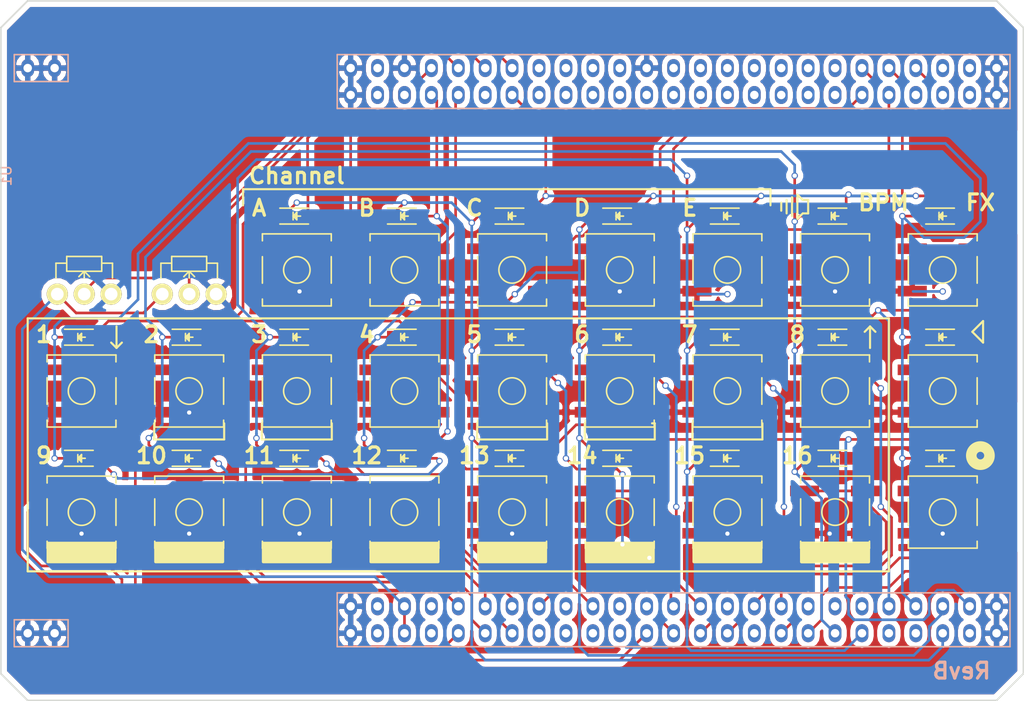
<source format=kicad_pcb>
(kicad_pcb (version 4) (host pcbnew 4.0.4-stable)
  (layers (0 F.Cu signal hide) (31 B.Cu signal hide) (34 B.Paste user hide) (35 F.Paste user hide) (36 B.SilkS user) (37 F.SilkS user) (38 B.Mask user hide) (39 F.Mask user hide) (44 Edge.Cuts user))
  (net 0 "")
  (net 1 COL1)
  (net 2 ROW1)
  (net 3 ROW2)
  (net 4 ROW3)
  (net 5 ROW4)
  (net 6 ROW5)
  (net 7 COL2)
  (net 8 COL3)
  (net 9 COL4)
  (net 10 COL5)
  (net 11 STM_LED4)
  (net 12 STM_LED2)
  (net 13 STM_LED3)
  (net 14 FX)
  (net 15 BF5)
  (net 16 BF4)
  (net 17 BF3)
  (net 18 SPI1_MOSI)
  (net 19 SPI1_MISO)
  (net 20 SPI1_SCK)
  (net 21 I2S3_WS)
  (net 22 POT2)
  (net 23 POT1)
  (net 24 BF2)
  (net 25 BF1)
  (net 26 I2S3_MCK)
  (net 27 VBUS_FS)
  (net 28 SWDIO)
  (net 29 I2S3_SCK)
  (net 30 I2S3_SD)
  (net 31 Play)
  (net 32 B8)
  (net 33 Write)
  (net 34 B16)
  (net 35 Audio_Reset)
  (net 36 B7)
  (net 37 B6)
  (net 38 B15)
  (net 39 B14)
  (net 40 B5)
  (net 41 Audio_SCL)
  (net 42 B9)
  (net 43 B4)
  (net 44 Audio_SDA)
  (net 45 MEMS_INT1)
  (net 46 MEMS_INT2)
  (net 47 B13)
  (net 48 CS_I2C/SPI)
  (net 49 B3)
  (net 50 B12)
  (net 51 B11)
  (net 52 B2)
  (net 53 B10)
  (net 54 B1)
  (net 55 "Net-(U1-Pad4)")
  (net 56 "Net-(U1-Pad12)")
  (net 57 "Net-(U1-Pad13)")
  (net 58 "Net-(U1-Pad15)")
  (net 59 "Net-(U1-Pad16)")
  (net 60 "Net-(U1-Pad17)")
  (net 61 "Net-(U1-Pad18)")
  (net 62 "Net-(U1-Pad19)")
  (net 63 "Net-(U1-Pad20)")
  (net 64 "Net-(U1-Pad21)")
  (net 65 BPM_VOL)
  (net 66 "Net-(U1-Pad29)")
  (net 67 "Net-(U1-Pad30)")
  (net 68 DISCO_USER_BTN)
  (net 69 "Net-(U1-Pad37)")
  (net 70 "Net-(U1-Pad38)")
  (net 71 "Net-(U1-Pad39)")
  (net 72 "Net-(U1-Pad40)")
  (net 73 "Net-(U1-Pad41)")
  (net 74 "Net-(U1-Pad42)")
  (net 75 "Net-(U1-Pad43)")
  (net 76 "Net-(U1-Pad44)")
  (net 77 "Net-(U1-Pad45)")
  (net 78 "Net-(U1-Pad46)")
  (net 79 STM_LED1)
  (net 80 "Net-(U1-Pad51)")
  (net 81 "Net-(U1-Pad56)")
  (net 82 "Net-(U1-Pad58)")
  (net 83 "Net-(U1-Pad65)")
  (net 84 USB_Over_Current)
  (net 85 "Net-(U1-Pad81)")
  (net 86 "Net-(U1-Pad83)")
  (net 87 "Net-(U1-Pad90)")
  (net 88 GND)
  (net 89 BA)
  (net 90 BB)
  (net 91 BC)
  (net 92 BD)
  (net 93 BE)
  (net 94 "Net-(R1-Pad1)")
  (net 95 VBAT)
  (net 96 VBUS)
  (net 97 "Net-(R2-Pad2)")
  (net 98 "Net-(U3-Pad4)")
  (net 99 VIN)
  (net 100 "Net-(U3-Pad6)")
  (net 101 "Net-(U3-Pad7)")
  (net 102 "Net-(BAT1-Pad2)")
  (net 103 3V3)
  (net 104 SWCLK)
  (net 105 "Net-(U4-Pad2)")
  (net 106 "Net-(U4-Pad6)")
  (net 107 "Net-(U4-Pad10)")
  (net 108 "Net-(U4-Pad11)")
  (net 109 "Net-(U4-Pad12)")
  (net 110 "Net-(U4-Pad13)")
  (net 111 "Net-(U4-Pad14)")
  (net 112 "Net-(U4-Pad19)")
  (net 113 "Net-(U4-Pad20)")
  (net 114 "Net-(U4-Pad21)")
  (net 115 "Net-(U4-Pad22)")
  (net 116 "Net-(U4-Pad23)")
  (net 117 "Net-(U4-Pad27)")
  (net 118 "Net-(U4-Pad28)")
  (net 119 "Net-(U4-Pad33)")
  (net 120 "Net-(U4-Pad34)")
  (net 121 "Net-(U4-Pad35)")
  (net 122 "Net-(U4-Pad36)")
  (net 123 "Net-(U4-Pad37)")
  (net 124 "Net-(U4-Pad38)")
  (net 125 "Net-(U4-Pad39)")
  (net 126 "Net-(U4-Pad40)")
  (net 127 "Net-(U4-Pad41)")
  (net 128 "Net-(U4-Pad42)")
  (net 129 "Net-(U4-Pad43)")
  (net 130 "Net-(U4-Pad44)")
  (net 131 "Net-(U4-Pad45)")
  (net 132 "Net-(U4-Pad46)")
  (net 133 "Net-(U4-Pad47)")
  (net 134 "Net-(U4-Pad48)")
  (net 135 "Net-(U4-Pad49)")
  (net 136 "Net-(U4-Pad50)")
  (net 137 "Net-(U4-Pad51)")
  (net 138 "Net-(U4-Pad52)")
  (net 139 "Net-(U4-Pad53)")
  (net 140 "Net-(U4-Pad59)")
  (net 141 "Net-(U4-Pad60)")
  (net 142 "Net-(U4-Pad61)")
  (net 143 "Net-(U4-Pad62)")
  (net 144 "Net-(U4-Pad70)")
  (net 145 "Net-(U4-Pad71)")
  (net 146 "Net-(U4-Pad73)")
  (net 147 "Net-(U4-Pad74)")
  (net 148 "Net-(U4-Pad75)")
  (net 149 "Net-(U4-Pad94)")
  (net 150 "Net-(U4-Pad97)")
  (net 151 "Net-(U4-Pad98)")
  (net 152 "Net-(U4-Pad99)")
  (net 153 "Net-(U4-Pad100)")
  (module stm32f4-disco:STM32F4-DISCO-HEADERS-TH (layer B.Cu) (at 80.01 95.25 270)
    (fp_text reference U1 (at 0 -0.5 270) (layer B.SilkS) (effects (justify mirror)))
    (fp_text value STM32F4_DISCO_Header)
    (pad 1 thru_hole oval (at -10.16 -2.54 180) (size 1.2 1.7) (drill 0.8) (layers *.Cu *.Mask) (net 88 GND))
    (pad 2 thru_hole oval (at -10.16 -5.08 180) (size 1.2 1.7) (drill 0.8) (layers *.Cu *.Mask) (net 88 GND))
    (pad 3 thru_hole oval (at -10.16 -33.02 180) (size 1.2 1.7) (drill 0.8) (layers *.Cu *.Mask) (net 88 GND))
    (pad 4 thru_hole oval (at -10.16 -35.56 180) (size 1.2 1.7) (drill 0.8) (layers *.Cu *.Mask) (net 55 "Net-(U1-Pad4)"))
    (pad 5 thru_hole oval (at -10.16 -38.1 180) (size 1.2 1.7) (drill 0.8) (layers *.Cu *.Mask) (net 88 GND))
    (pad 6 thru_hole oval (at -10.16 -40.64 180) (size 1.2 1.7) (drill 0.8) (layers *.Cu *.Mask) (net 25 BF1))
    (pad 7 thru_hole oval (at -10.16 -43.18 180) (size 1.2 1.7) (drill 0.8) (layers *.Cu *.Mask) (net 9 COL4))
    (pad 8 thru_hole oval (at -10.16 -45.72 180) (size 1.2 1.7) (drill 0.8) (layers *.Cu *.Mask) (net 23 POT1))
    (pad 9 thru_hole oval (at -10.16 -48.26 180) (size 1.2 1.7) (drill 0.8) (layers *.Cu *.Mask) (net 22 POT2))
    (pad 10 thru_hole oval (at -10.16 -50.8 180) (size 1.2 1.7) (drill 0.8) (layers *.Cu *.Mask) (net 20 SPI1_SCK))
    (pad 11 thru_hole oval (at -10.16 -53.34 180) (size 1.2 1.7) (drill 0.8) (layers *.Cu *.Mask) (net 18 SPI1_MOSI))
    (pad 12 thru_hole oval (at -10.16 -55.88 180) (size 1.2 1.7) (drill 0.8) (layers *.Cu *.Mask) (net 56 "Net-(U1-Pad12)"))
    (pad 13 thru_hole oval (at -10.16 -58.42 180) (size 1.2 1.7) (drill 0.8) (layers *.Cu *.Mask) (net 57 "Net-(U1-Pad13)"))
    (pad 14 thru_hole oval (at -10.16 -60.96 180) (size 1.2 1.7) (drill 0.8) (layers *.Cu *.Mask) (net 88 GND))
    (pad 15 thru_hole oval (at -10.16 -63.5 180) (size 1.2 1.7) (drill 0.8) (layers *.Cu *.Mask) (net 58 "Net-(U1-Pad15)"))
    (pad 16 thru_hole oval (at -10.16 -66.04 180) (size 1.2 1.7) (drill 0.8) (layers *.Cu *.Mask) (net 59 "Net-(U1-Pad16)"))
    (pad 17 thru_hole oval (at -10.16 -68.58 180) (size 1.2 1.7) (drill 0.8) (layers *.Cu *.Mask) (net 60 "Net-(U1-Pad17)"))
    (pad 18 thru_hole oval (at -10.16 -71.12 180) (size 1.2 1.7) (drill 0.8) (layers *.Cu *.Mask) (net 61 "Net-(U1-Pad18)"))
    (pad 19 thru_hole oval (at -10.16 -73.66 180) (size 1.2 1.7) (drill 0.8) (layers *.Cu *.Mask) (net 62 "Net-(U1-Pad19)"))
    (pad 20 thru_hole oval (at -10.16 -76.2 180) (size 1.2 1.7) (drill 0.8) (layers *.Cu *.Mask) (net 63 "Net-(U1-Pad20)"))
    (pad 21 thru_hole oval (at -10.16 -78.74 180) (size 1.2 1.7) (drill 0.8) (layers *.Cu *.Mask) (net 64 "Net-(U1-Pad21)"))
    (pad 22 thru_hole oval (at -10.16 -81.28 180) (size 1.2 1.7) (drill 0.8) (layers *.Cu *.Mask) (net 16 BF4))
    (pad 23 thru_hole oval (at -10.16 -83.82 180) (size 1.2 1.7) (drill 0.8) (layers *.Cu *.Mask) (net 65 BPM_VOL))
    (pad 24 thru_hole oval (at -10.16 -86.36 180) (size 1.2 1.7) (drill 0.8) (layers *.Cu *.Mask) (net 14 FX))
    (pad 25 thru_hole oval (at -10.16 -88.9 180) (size 1.2 1.7) (drill 0.8) (layers *.Cu *.Mask) (net 12 STM_LED2))
    (pad 26 thru_hole oval (at -10.16 -91.44 180) (size 1.2 1.7) (drill 0.8) (layers *.Cu *.Mask) (net 11 STM_LED4))
    (pad 27 thru_hole oval (at -10.16 -93.98 180) (size 1.2 1.7) (drill 0.8) (layers *.Cu *.Mask) (net 88 GND))
    (pad 28 thru_hole oval (at -7.62 -33.02 180) (size 1.2 1.7) (drill 0.8) (layers *.Cu *.Mask) (net 88 GND))
    (pad 29 thru_hole oval (at -7.62 -35.56 180) (size 1.2 1.7) (drill 0.8) (layers *.Cu *.Mask) (net 66 "Net-(U1-Pad29)"))
    (pad 30 thru_hole oval (at -7.62 -38.1 180) (size 1.2 1.7) (drill 0.8) (layers *.Cu *.Mask) (net 67 "Net-(U1-Pad30)"))
    (pad 31 thru_hole oval (at -7.62 -40.64 180) (size 1.2 1.7) (drill 0.8) (layers *.Cu *.Mask) (net 10 COL5))
    (pad 32 thru_hole oval (at -7.62 -43.18 180) (size 1.2 1.7) (drill 0.8) (layers *.Cu *.Mask) (net 24 BF2))
    (pad 33 thru_hole oval (at -7.62 -45.72 180) (size 1.2 1.7) (drill 0.8) (layers *.Cu *.Mask) (net 68 DISCO_USER_BTN))
    (pad 34 thru_hole oval (at -7.62 -48.26 180) (size 1.2 1.7) (drill 0.8) (layers *.Cu *.Mask) (net 8 COL3))
    (pad 35 thru_hole oval (at -7.62 -50.8 180) (size 1.2 1.7) (drill 0.8) (layers *.Cu *.Mask) (net 21 I2S3_WS))
    (pad 36 thru_hole oval (at -7.62 -53.34 180) (size 1.2 1.7) (drill 0.8) (layers *.Cu *.Mask) (net 19 SPI1_MISO))
    (pad 37 thru_hole oval (at -7.62 -55.88 180) (size 1.2 1.7) (drill 0.8) (layers *.Cu *.Mask) (net 69 "Net-(U1-Pad37)"))
    (pad 38 thru_hole oval (at -7.62 -58.42 180) (size 1.2 1.7) (drill 0.8) (layers *.Cu *.Mask) (net 70 "Net-(U1-Pad38)"))
    (pad 39 thru_hole oval (at -7.62 -60.96 180) (size 1.2 1.7) (drill 0.8) (layers *.Cu *.Mask) (net 71 "Net-(U1-Pad39)"))
    (pad 40 thru_hole oval (at -7.62 -63.5 180) (size 1.2 1.7) (drill 0.8) (layers *.Cu *.Mask) (net 72 "Net-(U1-Pad40)"))
    (pad 41 thru_hole oval (at -7.62 -66.04 180) (size 1.2 1.7) (drill 0.8) (layers *.Cu *.Mask) (net 73 "Net-(U1-Pad41)"))
    (pad 42 thru_hole oval (at -7.62 -68.58 180) (size 1.2 1.7) (drill 0.8) (layers *.Cu *.Mask) (net 74 "Net-(U1-Pad42)"))
    (pad 43 thru_hole oval (at -7.62 -71.12 180) (size 1.2 1.7) (drill 0.8) (layers *.Cu *.Mask) (net 75 "Net-(U1-Pad43)"))
    (pad 44 thru_hole oval (at -7.62 -73.66 180) (size 1.2 1.7) (drill 0.8) (layers *.Cu *.Mask) (net 76 "Net-(U1-Pad44)"))
    (pad 45 thru_hole oval (at -7.62 -76.2 180) (size 1.2 1.7) (drill 0.8) (layers *.Cu *.Mask) (net 77 "Net-(U1-Pad45)"))
    (pad 46 thru_hole oval (at -7.62 -78.74 180) (size 1.2 1.7) (drill 0.8) (layers *.Cu *.Mask) (net 78 "Net-(U1-Pad46)"))
    (pad 47 thru_hole oval (at -7.62 -81.28 180) (size 1.2 1.7) (drill 0.8) (layers *.Cu *.Mask) (net 17 BF3))
    (pad 48 thru_hole oval (at -7.62 -83.82 180) (size 1.2 1.7) (drill 0.8) (layers *.Cu *.Mask) (net 15 BF5))
    (pad 49 thru_hole oval (at -7.62 -86.36 180) (size 1.2 1.7) (drill 0.8) (layers *.Cu *.Mask) (net 79 STM_LED1))
    (pad 50 thru_hole oval (at -7.62 -88.9 180) (size 1.2 1.7) (drill 0.8) (layers *.Cu *.Mask) (net 13 STM_LED3))
    (pad 51 thru_hole oval (at -7.62 -91.44 180) (size 1.2 1.7) (drill 0.8) (layers *.Cu *.Mask) (net 80 "Net-(U1-Pad51)"))
    (pad 52 thru_hole oval (at -7.62 -93.98 180) (size 1.2 1.7) (drill 0.8) (layers *.Cu *.Mask) (net 88 GND))
    (pad 53 thru_hole oval (at 43.18 -2.54 180) (size 1.2 1.7) (drill 0.8) (layers *.Cu *.Mask) (net 88 GND))
    (pad 54 thru_hole oval (at 43.18 -5.08 180) (size 1.2 1.7) (drill 0.8) (layers *.Cu *.Mask) (net 88 GND))
    (pad 55 thru_hole oval (at 40.64 -33.02 180) (size 1.2 1.7) (drill 0.8) (layers *.Cu *.Mask) (net 88 GND))
    (pad 56 thru_hole oval (at 40.64 -35.56 180) (size 1.2 1.7) (drill 0.8) (layers *.Cu *.Mask) (net 81 "Net-(U1-Pad56)"))
    (pad 57 thru_hole oval (at 40.64 -38.1 180) (size 1.2 1.7) (drill 0.8) (layers *.Cu *.Mask) (net 103 3V3))
    (pad 58 thru_hole oval (at 40.64 -40.64 180) (size 1.2 1.7) (drill 0.8) (layers *.Cu *.Mask) (net 82 "Net-(U1-Pad58)"))
    (pad 59 thru_hole oval (at 40.64 -43.18 180) (size 1.2 1.7) (drill 0.8) (layers *.Cu *.Mask) (net 53 B10))
    (pad 60 thru_hole oval (at 40.64 -45.72 180) (size 1.2 1.7) (drill 0.8) (layers *.Cu *.Mask) (net 51 B11))
    (pad 61 thru_hole oval (at 40.64 -48.26 180) (size 1.2 1.7) (drill 0.8) (layers *.Cu *.Mask) (net 49 B3))
    (pad 62 thru_hole oval (at 40.64 -50.8 180) (size 1.2 1.7) (drill 0.8) (layers *.Cu *.Mask) (net 47 B13))
    (pad 63 thru_hole oval (at 40.64 -53.34 180) (size 1.2 1.7) (drill 0.8) (layers *.Cu *.Mask) (net 45 MEMS_INT1))
    (pad 64 thru_hole oval (at 40.64 -55.88 180) (size 1.2 1.7) (drill 0.8) (layers *.Cu *.Mask) (net 43 B4))
    (pad 65 thru_hole oval (at 40.64 -58.42 180) (size 1.2 1.7) (drill 0.8) (layers *.Cu *.Mask) (net 83 "Net-(U1-Pad65)"))
    (pad 66 thru_hole oval (at 40.64 -60.96 180) (size 1.2 1.7) (drill 0.8) (layers *.Cu *.Mask) (net 41 Audio_SCL))
    (pad 67 thru_hole oval (at 40.64 -63.5 180) (size 1.2 1.7) (drill 0.8) (layers *.Cu *.Mask) (net 39 B14))
    (pad 68 thru_hole oval (at 40.64 -66.04 180) (size 1.2 1.7) (drill 0.8) (layers *.Cu *.Mask) (net 37 B6))
    (pad 69 thru_hole oval (at 40.64 -68.58 180) (size 1.2 1.7) (drill 0.8) (layers *.Cu *.Mask) (net 84 USB_Over_Current))
    (pad 70 thru_hole oval (at 40.64 -71.12 180) (size 1.2 1.7) (drill 0.8) (layers *.Cu *.Mask) (net 34 B16))
    (pad 71 thru_hole oval (at 40.64 -73.66 180) (size 1.2 1.7) (drill 0.8) (layers *.Cu *.Mask) (net 32 B8))
    (pad 72 thru_hole oval (at 40.64 -76.2 180) (size 1.2 1.7) (drill 0.8) (layers *.Cu *.Mask) (net 30 I2S3_SD))
    (pad 73 thru_hole oval (at 40.64 -78.74 180) (size 1.2 1.7) (drill 0.8) (layers *.Cu *.Mask) (net 29 I2S3_SCK))
    (pad 74 thru_hole oval (at 40.64 -81.28 180) (size 1.2 1.7) (drill 0.8) (layers *.Cu *.Mask) (net 104 SWCLK))
    (pad 75 thru_hole oval (at 40.64 -83.82 180) (size 1.2 1.7) (drill 0.8) (layers *.Cu *.Mask) (net 7 COL2))
    (pad 76 thru_hole oval (at 40.64 -86.36 180) (size 1.2 1.7) (drill 0.8) (layers *.Cu *.Mask) (net 6 ROW5))
    (pad 77 thru_hole oval (at 40.64 -88.9 180) (size 1.2 1.7) (drill 0.8) (layers *.Cu *.Mask) (net 3 ROW2))
    (pad 78 thru_hole oval (at 40.64 -91.44 180) (size 1.2 1.7) (drill 0.8) (layers *.Cu *.Mask) (net 1 COL1))
    (pad 79 thru_hole oval (at 40.64 -93.98 180) (size 1.2 1.7) (drill 0.8) (layers *.Cu *.Mask) (net 88 GND))
    (pad 80 thru_hole oval (at 43.18 -33.02 180) (size 1.2 1.7) (drill 0.8) (layers *.Cu *.Mask) (net 88 GND))
    (pad 81 thru_hole oval (at 43.18 -35.56 180) (size 1.2 1.7) (drill 0.8) (layers *.Cu *.Mask) (net 85 "Net-(U1-Pad81)"))
    (pad 82 thru_hole oval (at 43.18 -38.1 180) (size 1.2 1.7) (drill 0.8) (layers *.Cu *.Mask) (net 103 3V3))
    (pad 83 thru_hole oval (at 43.18 -40.64 180) (size 1.2 1.7) (drill 0.8) (layers *.Cu *.Mask) (net 86 "Net-(U1-Pad83)"))
    (pad 84 thru_hole oval (at 43.18 -43.18 180) (size 1.2 1.7) (drill 0.8) (layers *.Cu *.Mask) (net 54 B1))
    (pad 85 thru_hole oval (at 43.18 -45.72 180) (size 1.2 1.7) (drill 0.8) (layers *.Cu *.Mask) (net 52 B2))
    (pad 86 thru_hole oval (at 43.18 -48.26 180) (size 1.2 1.7) (drill 0.8) (layers *.Cu *.Mask) (net 50 B12))
    (pad 87 thru_hole oval (at 43.18 -50.8 180) (size 1.2 1.7) (drill 0.8) (layers *.Cu *.Mask) (net 48 CS_I2C/SPI))
    (pad 88 thru_hole oval (at 43.18 -53.34 180) (size 1.2 1.7) (drill 0.8) (layers *.Cu *.Mask) (net 46 MEMS_INT2))
    (pad 89 thru_hole oval (at 43.18 -55.88 180) (size 1.2 1.7) (drill 0.8) (layers *.Cu *.Mask) (net 44 Audio_SDA))
    (pad 90 thru_hole oval (at 43.18 -58.42 180) (size 1.2 1.7) (drill 0.8) (layers *.Cu *.Mask) (net 87 "Net-(U1-Pad90)"))
    (pad 91 thru_hole oval (at 43.18 -60.96 180) (size 1.2 1.7) (drill 0.8) (layers *.Cu *.Mask) (net 42 B9))
    (pad 92 thru_hole oval (at 43.18 -63.5 180) (size 1.2 1.7) (drill 0.8) (layers *.Cu *.Mask) (net 40 B5))
    (pad 93 thru_hole oval (at 43.18 -66.04 180) (size 1.2 1.7) (drill 0.8) (layers *.Cu *.Mask) (net 38 B15))
    (pad 94 thru_hole oval (at 43.18 -68.58 180) (size 1.2 1.7) (drill 0.8) (layers *.Cu *.Mask) (net 36 B7))
    (pad 95 thru_hole oval (at 43.18 -71.12 180) (size 1.2 1.7) (drill 0.8) (layers *.Cu *.Mask) (net 35 Audio_Reset))
    (pad 96 thru_hole oval (at 43.18 -73.66 180) (size 1.2 1.7) (drill 0.8) (layers *.Cu *.Mask) (net 33 Write))
    (pad 97 thru_hole oval (at 43.18 -76.2 180) (size 1.2 1.7) (drill 0.8) (layers *.Cu *.Mask) (net 31 Play))
    (pad 98 thru_hole oval (at 43.18 -78.74 180) (size 1.2 1.7) (drill 0.8) (layers *.Cu *.Mask) (net 5 ROW4))
    (pad 99 thru_hole oval (at 43.18 -81.28 180) (size 1.2 1.7) (drill 0.8) (layers *.Cu *.Mask) (net 4 ROW3))
    (pad 100 thru_hole oval (at 43.18 -83.82 180) (size 1.2 1.7) (drill 0.8) (layers *.Cu *.Mask) (net 28 SWDIO))
    (pad 101 thru_hole oval (at 43.18 -86.36 180) (size 1.2 1.7) (drill 0.8) (layers *.Cu *.Mask) (net 27 VBUS_FS))
    (pad 102 thru_hole oval (at 43.18 -88.9 180) (size 1.2 1.7) (drill 0.8) (layers *.Cu *.Mask) (net 2 ROW1))
    (pad 103 thru_hole oval (at 43.18 -91.44 180) (size 1.2 1.7) (drill 0.8) (layers *.Cu *.Mask) (net 26 I2S3_MCK))
    (pad 104 thru_hole oval (at 43.18 -93.98 180) (size 1.2 1.7) (drill 0.8) (layers *.Cu *.Mask) (net 88 GND))
  )
  (module Buttons_Switches_SMD:SW_SPST_B3SL-1002P (layer F.Cu) (at 87.63 115.57)
    (fp_text reference SW1 hide)
    (fp_text value SW_PUSH)
    (pad 1 smd rect (at -2.875 -2) (size 2.75 1) (layers F.Cu F.Paste F.Mask) (net 54 B1))
    (pad 1 smd rect (at 2.875 -2) (size 2.75 1) (layers F.Cu F.Paste F.Mask) (net 54 B1))
    (pad 2 smd rect (at 2.875 2) (size 2.75 1) (layers F.Cu F.Paste F.Mask) (net 88 GND))
    (pad 2 smd rect (at -2.875 2) (size 2.75 1) (layers F.Cu F.Paste F.Mask) (net 88 GND))
  )
  (module Buttons_Switches_SMD:SW_SPST_B3SL-1002P (layer F.Cu) (at 97.79 115.57)
    (fp_text reference SW2 hide)
    (fp_text value SW_PUSH)
    (pad 1 smd rect (at -2.875 -2) (size 2.75 1) (layers F.Cu F.Paste F.Mask) (net 52 B2))
    (pad 1 smd rect (at 2.875 -2) (size 2.75 1) (layers F.Cu F.Paste F.Mask) (net 52 B2))
    (pad 2 smd rect (at 2.875 2) (size 2.75 1) (layers F.Cu F.Paste F.Mask) (net 88 GND))
    (pad 2 smd rect (at -2.875 2) (size 2.75 1) (layers F.Cu F.Paste F.Mask) (net 88 GND))
  )
  (module Buttons_Switches_SMD:SW_SPST_B3SL-1002P (layer F.Cu) (at 107.95 115.57)
    (fp_text reference SW3 hide)
    (fp_text value SW_PUSH)
    (pad 1 smd rect (at -2.875 -2) (size 2.75 1) (layers F.Cu F.Paste F.Mask) (net 49 B3))
    (pad 1 smd rect (at 2.875 -2) (size 2.75 1) (layers F.Cu F.Paste F.Mask) (net 49 B3))
    (pad 2 smd rect (at 2.875 2) (size 2.75 1) (layers F.Cu F.Paste F.Mask) (net 88 GND))
    (pad 2 smd rect (at -2.875 2) (size 2.75 1) (layers F.Cu F.Paste F.Mask) (net 88 GND))
  )
  (module Buttons_Switches_SMD:SW_SPST_B3SL-1002P (layer F.Cu) (at 118.11 115.57)
    (fp_text reference SW4 hide)
    (fp_text value SW_PUSH)
    (pad 1 smd rect (at -2.875 -2) (size 2.75 1) (layers F.Cu F.Paste F.Mask) (net 43 B4))
    (pad 1 smd rect (at 2.875 -2) (size 2.75 1) (layers F.Cu F.Paste F.Mask) (net 43 B4))
    (pad 2 smd rect (at 2.875 2) (size 2.75 1) (layers F.Cu F.Paste F.Mask) (net 88 GND))
    (pad 2 smd rect (at -2.875 2) (size 2.75 1) (layers F.Cu F.Paste F.Mask) (net 88 GND))
  )
  (module Buttons_Switches_SMD:SW_SPST_B3SL-1002P (layer F.Cu) (at 128.27 115.57)
    (fp_text reference SW5 hide)
    (fp_text value SW_PUSH)
    (pad 1 smd rect (at -2.875 -2) (size 2.75 1) (layers F.Cu F.Paste F.Mask) (net 40 B5))
    (pad 1 smd rect (at 2.875 -2) (size 2.75 1) (layers F.Cu F.Paste F.Mask) (net 40 B5))
    (pad 2 smd rect (at 2.875 2) (size 2.75 1) (layers F.Cu F.Paste F.Mask) (net 88 GND))
    (pad 2 smd rect (at -2.875 2) (size 2.75 1) (layers F.Cu F.Paste F.Mask) (net 88 GND))
  )
  (module Buttons_Switches_SMD:SW_SPST_B3SL-1002P (layer F.Cu) (at 138.43 115.57)
    (fp_text reference SW6 hide)
    (fp_text value SW_PUSH)
    (pad 1 smd rect (at -2.875 -2) (size 2.75 1) (layers F.Cu F.Paste F.Mask) (net 37 B6))
    (pad 1 smd rect (at 2.875 -2) (size 2.75 1) (layers F.Cu F.Paste F.Mask) (net 37 B6))
    (pad 2 smd rect (at 2.875 2) (size 2.75 1) (layers F.Cu F.Paste F.Mask) (net 88 GND))
    (pad 2 smd rect (at -2.875 2) (size 2.75 1) (layers F.Cu F.Paste F.Mask) (net 88 GND))
  )
  (module Buttons_Switches_SMD:SW_SPST_B3SL-1002P (layer F.Cu) (at 148.59 115.57)
    (fp_text reference SW7 hide)
    (fp_text value SW_PUSH)
    (pad 1 smd rect (at -2.875 -2) (size 2.75 1) (layers F.Cu F.Paste F.Mask) (net 36 B7))
    (pad 1 smd rect (at 2.875 -2) (size 2.75 1) (layers F.Cu F.Paste F.Mask) (net 36 B7))
    (pad 2 smd rect (at 2.875 2) (size 2.75 1) (layers F.Cu F.Paste F.Mask) (net 88 GND))
    (pad 2 smd rect (at -2.875 2) (size 2.75 1) (layers F.Cu F.Paste F.Mask) (net 88 GND))
  )
  (module Buttons_Switches_SMD:SW_SPST_B3SL-1002P (layer F.Cu) (at 158.75 115.57)
    (fp_text reference SW8 hide)
    (fp_text value SW_PUSH)
    (pad 1 smd rect (at -2.875 -2) (size 2.75 1) (layers F.Cu F.Paste F.Mask) (net 32 B8))
    (pad 1 smd rect (at 2.875 -2) (size 2.75 1) (layers F.Cu F.Paste F.Mask) (net 32 B8))
    (pad 2 smd rect (at 2.875 2) (size 2.75 1) (layers F.Cu F.Paste F.Mask) (net 88 GND))
    (pad 2 smd rect (at -2.875 2) (size 2.75 1) (layers F.Cu F.Paste F.Mask) (net 88 GND))
  )
  (module Buttons_Switches_SMD:SW_SPST_B3SL-1002P (layer F.Cu) (at 87.63 127)
    (fp_text reference SW9 hide)
    (fp_text value SW_PUSH)
    (pad 1 smd rect (at -2.875 -2) (size 2.75 1) (layers F.Cu F.Paste F.Mask) (net 42 B9))
    (pad 1 smd rect (at 2.875 -2) (size 2.75 1) (layers F.Cu F.Paste F.Mask) (net 42 B9))
    (pad 2 smd rect (at 2.875 2) (size 2.75 1) (layers F.Cu F.Paste F.Mask) (net 88 GND))
    (pad 2 smd rect (at -2.875 2) (size 2.75 1) (layers F.Cu F.Paste F.Mask) (net 88 GND))
  )
  (module Buttons_Switches_SMD:SW_SPST_B3SL-1002P (layer F.Cu) (at 97.79 127)
    (fp_text reference SW10 hide)
    (fp_text value SW_PUSH)
    (pad 1 smd rect (at -2.875 -2) (size 2.75 1) (layers F.Cu F.Paste F.Mask) (net 53 B10))
    (pad 1 smd rect (at 2.875 -2) (size 2.75 1) (layers F.Cu F.Paste F.Mask) (net 53 B10))
    (pad 2 smd rect (at 2.875 2) (size 2.75 1) (layers F.Cu F.Paste F.Mask) (net 88 GND))
    (pad 2 smd rect (at -2.875 2) (size 2.75 1) (layers F.Cu F.Paste F.Mask) (net 88 GND))
  )
  (module Buttons_Switches_SMD:SW_SPST_B3SL-1002P (layer F.Cu) (at 107.95 127)
    (fp_text reference SW11 hide)
    (fp_text value SW_PUSH)
    (pad 1 smd rect (at -2.875 -2) (size 2.75 1) (layers F.Cu F.Paste F.Mask) (net 51 B11))
    (pad 1 smd rect (at 2.875 -2) (size 2.75 1) (layers F.Cu F.Paste F.Mask) (net 51 B11))
    (pad 2 smd rect (at 2.875 2) (size 2.75 1) (layers F.Cu F.Paste F.Mask) (net 88 GND))
    (pad 2 smd rect (at -2.875 2) (size 2.75 1) (layers F.Cu F.Paste F.Mask) (net 88 GND))
  )
  (module Buttons_Switches_SMD:SW_SPST_B3SL-1002P (layer F.Cu) (at 118.11 127)
    (fp_text reference SW12 hide)
    (fp_text value SW_PUSH)
    (pad 1 smd rect (at -2.875 -2) (size 2.75 1) (layers F.Cu F.Paste F.Mask) (net 50 B12))
    (pad 1 smd rect (at 2.875 -2) (size 2.75 1) (layers F.Cu F.Paste F.Mask) (net 50 B12))
    (pad 2 smd rect (at 2.875 2) (size 2.75 1) (layers F.Cu F.Paste F.Mask) (net 88 GND))
    (pad 2 smd rect (at -2.875 2) (size 2.75 1) (layers F.Cu F.Paste F.Mask) (net 88 GND))
  )
  (module Buttons_Switches_SMD:SW_SPST_B3SL-1002P (layer F.Cu) (at 128.27 127)
    (fp_text reference SW13 hide)
    (fp_text value SW_PUSH)
    (pad 1 smd rect (at -2.875 -2) (size 2.75 1) (layers F.Cu F.Paste F.Mask) (net 47 B13))
    (pad 1 smd rect (at 2.875 -2) (size 2.75 1) (layers F.Cu F.Paste F.Mask) (net 47 B13))
    (pad 2 smd rect (at 2.875 2) (size 2.75 1) (layers F.Cu F.Paste F.Mask) (net 88 GND))
    (pad 2 smd rect (at -2.875 2) (size 2.75 1) (layers F.Cu F.Paste F.Mask) (net 88 GND))
  )
  (module Buttons_Switches_SMD:SW_SPST_B3SL-1002P (layer F.Cu) (at 138.43 127)
    (fp_text reference SW14 hide)
    (fp_text value SW_PUSH)
    (pad 1 smd rect (at -2.875 -2) (size 2.75 1) (layers F.Cu F.Paste F.Mask) (net 39 B14))
    (pad 1 smd rect (at 2.875 -2) (size 2.75 1) (layers F.Cu F.Paste F.Mask) (net 39 B14))
    (pad 2 smd rect (at 2.875 2) (size 2.75 1) (layers F.Cu F.Paste F.Mask) (net 88 GND))
    (pad 2 smd rect (at -2.875 2) (size 2.75 1) (layers F.Cu F.Paste F.Mask) (net 88 GND))
  )
  (module Buttons_Switches_SMD:SW_SPST_B3SL-1002P (layer F.Cu) (at 148.59 127)
    (fp_text reference SW15 hide)
    (fp_text value SW_PUSH)
    (pad 1 smd rect (at -2.875 -2) (size 2.75 1) (layers F.Cu F.Paste F.Mask) (net 38 B15))
    (pad 1 smd rect (at 2.875 -2) (size 2.75 1) (layers F.Cu F.Paste F.Mask) (net 38 B15))
    (pad 2 smd rect (at 2.875 2) (size 2.75 1) (layers F.Cu F.Paste F.Mask) (net 88 GND))
    (pad 2 smd rect (at -2.875 2) (size 2.75 1) (layers F.Cu F.Paste F.Mask) (net 88 GND))
  )
  (module Buttons_Switches_SMD:SW_SPST_B3SL-1002P (layer F.Cu) (at 158.75 127)
    (fp_text reference SW16 hide)
    (fp_text value SW_PUSH)
    (pad 1 smd rect (at -2.875 -2) (size 2.75 1) (layers F.Cu F.Paste F.Mask) (net 34 B16))
    (pad 1 smd rect (at 2.875 -2) (size 2.75 1) (layers F.Cu F.Paste F.Mask) (net 34 B16))
    (pad 2 smd rect (at 2.875 2) (size 2.75 1) (layers F.Cu F.Paste F.Mask) (net 88 GND))
    (pad 2 smd rect (at -2.875 2) (size 2.75 1) (layers F.Cu F.Paste F.Mask) (net 88 GND))
  )
  (module Buttons_Switches_SMD:SW_SPST_B3SL-1002P (layer F.Cu) (at 168.91 115.57)
    (fp_text reference Play1 hide)
    (fp_text value SW_PUSH)
    (pad 1 smd rect (at -2.875 -2) (size 2.75 1) (layers F.Cu F.Paste F.Mask) (net 31 Play))
    (pad 1 smd rect (at 2.875 -2) (size 2.75 1) (layers F.Cu F.Paste F.Mask) (net 31 Play))
    (pad 2 smd rect (at 2.875 2) (size 2.75 1) (layers F.Cu F.Paste F.Mask) (net 88 GND))
    (pad 2 smd rect (at -2.875 2) (size 2.75 1) (layers F.Cu F.Paste F.Mask) (net 88 GND))
  )
  (module Buttons_Switches_SMD:SW_SPST_B3SL-1002P (layer F.Cu) (at 168.91 127)
    (fp_text reference Write1 hide)
    (fp_text value SW_PUSH)
    (pad 1 smd rect (at -2.875 -2) (size 2.75 1) (layers F.Cu F.Paste F.Mask) (net 33 Write))
    (pad 1 smd rect (at 2.875 -2) (size 2.75 1) (layers F.Cu F.Paste F.Mask) (net 33 Write))
    (pad 2 smd rect (at 2.875 2) (size 2.75 1) (layers F.Cu F.Paste F.Mask) (net 88 GND))
    (pad 2 smd rect (at -2.875 2) (size 2.75 1) (layers F.Cu F.Paste F.Mask) (net 88 GND))
  )
  (module Buttons_Switches_SMD:SW_SPST_B3SL-1002P (layer F.Cu) (at 168.91 104.14)
    (fp_text reference Play2 hide)
    (fp_text value SW_PUSH)
    (pad 1 smd rect (at -2.875 -2) (size 2.75 1) (layers F.Cu F.Paste F.Mask) (net 14 FX))
    (pad 1 smd rect (at 2.875 -2) (size 2.75 1) (layers F.Cu F.Paste F.Mask) (net 14 FX))
    (pad 2 smd rect (at 2.875 2) (size 2.75 1) (layers F.Cu F.Paste F.Mask) (net 88 GND))
    (pad 2 smd rect (at -2.875 2) (size 2.75 1) (layers F.Cu F.Paste F.Mask) (net 88 GND))
  )
  (module Buttons_Switches_SMD:SW_SPST_B3SL-1002P (layer F.Cu) (at 107.95 104.14)
    (fp_text reference SW17 hide)
    (fp_text value SW_PUSH)
    (pad 1 smd rect (at -2.875 -2) (size 2.75 1) (layers F.Cu F.Paste F.Mask) (net 89 BA))
    (pad 1 smd rect (at 2.875 -2) (size 2.75 1) (layers F.Cu F.Paste F.Mask) (net 89 BA))
    (pad 2 smd rect (at 2.875 2) (size 2.75 1) (layers F.Cu F.Paste F.Mask) (net 88 GND))
    (pad 2 smd rect (at -2.875 2) (size 2.75 1) (layers F.Cu F.Paste F.Mask) (net 88 GND))
  )
  (module Buttons_Switches_SMD:SW_SPST_B3SL-1002P (layer F.Cu) (at 118.11 104.14)
    (fp_text reference SW18 hide)
    (fp_text value SW_PUSH)
    (pad 1 smd rect (at -2.875 -2) (size 2.75 1) (layers F.Cu F.Paste F.Mask) (net 90 BB))
    (pad 1 smd rect (at 2.875 -2) (size 2.75 1) (layers F.Cu F.Paste F.Mask) (net 90 BB))
    (pad 2 smd rect (at 2.875 2) (size 2.75 1) (layers F.Cu F.Paste F.Mask) (net 88 GND))
    (pad 2 smd rect (at -2.875 2) (size 2.75 1) (layers F.Cu F.Paste F.Mask) (net 88 GND))
  )
  (module Buttons_Switches_SMD:SW_SPST_B3SL-1002P (layer F.Cu) (at 128.27 104.14)
    (fp_text reference SW19 hide)
    (fp_text value SW_PUSH)
    (pad 1 smd rect (at -2.875 -2) (size 2.75 1) (layers F.Cu F.Paste F.Mask) (net 91 BC))
    (pad 1 smd rect (at 2.875 -2) (size 2.75 1) (layers F.Cu F.Paste F.Mask) (net 91 BC))
    (pad 2 smd rect (at 2.875 2) (size 2.75 1) (layers F.Cu F.Paste F.Mask) (net 88 GND))
    (pad 2 smd rect (at -2.875 2) (size 2.75 1) (layers F.Cu F.Paste F.Mask) (net 88 GND))
  )
  (module Buttons_Switches_SMD:SW_SPST_B3SL-1002P (layer F.Cu) (at 138.43 104.14)
    (fp_text reference SW20 hide)
    (fp_text value SW_PUSH)
    (pad 1 smd rect (at -2.875 -2) (size 2.75 1) (layers F.Cu F.Paste F.Mask) (net 92 BD))
    (pad 1 smd rect (at 2.875 -2) (size 2.75 1) (layers F.Cu F.Paste F.Mask) (net 92 BD))
    (pad 2 smd rect (at 2.875 2) (size 2.75 1) (layers F.Cu F.Paste F.Mask) (net 88 GND))
    (pad 2 smd rect (at -2.875 2) (size 2.75 1) (layers F.Cu F.Paste F.Mask) (net 88 GND))
  )
  (module Buttons_Switches_SMD:SW_SPST_B3SL-1002P (layer F.Cu) (at 148.59 104.14)
    (fp_text reference SW21 hide)
    (fp_text value SW_PUSH)
    (pad 1 smd rect (at -2.875 -2) (size 2.75 1) (layers F.Cu F.Paste F.Mask) (net 93 BE))
    (pad 1 smd rect (at 2.875 -2) (size 2.75 1) (layers F.Cu F.Paste F.Mask) (net 93 BE))
    (pad 2 smd rect (at 2.875 2) (size 2.75 1) (layers F.Cu F.Paste F.Mask) (net 88 GND))
    (pad 2 smd rect (at -2.875 2) (size 2.75 1) (layers F.Cu F.Paste F.Mask) (net 88 GND))
  )
  (module Buttons_Switches_SMD:SW_SPST_B3SL-1002P (layer F.Cu) (at 158.75 104.14)
    (fp_text reference SW22 hide)
    (fp_text value SW_PUSH)
    (pad 1 smd rect (at -2.875 -2) (size 2.75 1) (layers F.Cu F.Paste F.Mask) (net 65 BPM_VOL))
    (pad 1 smd rect (at 2.875 -2) (size 2.75 1) (layers F.Cu F.Paste F.Mask) (net 65 BPM_VOL))
    (pad 2 smd rect (at 2.875 2) (size 2.75 1) (layers F.Cu F.Paste F.Mask) (net 88 GND))
    (pad 2 smd rect (at -2.875 2) (size 2.75 1) (layers F.Cu F.Paste F.Mask) (net 88 GND))
  )
  (module LEDs:LED_0805 (layer F.Cu) (at 128.27 121.92)
    (fp_text reference D1 hide)
    (fp_text value LED)
    (pad 2 smd rect (at 1.04902 0 180) (size 1.19888 1.19888) (layers F.Cu F.Paste F.Mask) (net 1 COL1))
    (pad 1 smd rect (at -1.04902 0 180) (size 1.19888 1.19888) (layers F.Cu F.Paste F.Mask) (net 2 ROW1))
  )
  (module LEDs:LED_0805 (layer F.Cu) (at 138.43 121.92)
    (fp_text reference D2 hide)
    (fp_text value LED)
    (pad 2 smd rect (at 1.04902 0 180) (size 1.19888 1.19888) (layers F.Cu F.Paste F.Mask) (net 1 COL1))
    (pad 1 smd rect (at -1.04902 0 180) (size 1.19888 1.19888) (layers F.Cu F.Paste F.Mask) (net 3 ROW2))
  )
  (module LEDs:LED_0805 (layer F.Cu) (at 148.59 121.92)
    (fp_text reference D3 hide)
    (fp_text value LED)
    (pad 2 smd rect (at 1.04902 0 180) (size 1.19888 1.19888) (layers F.Cu F.Paste F.Mask) (net 1 COL1))
    (pad 1 smd rect (at -1.04902 0 180) (size 1.19888 1.19888) (layers F.Cu F.Paste F.Mask) (net 4 ROW3))
  )
  (module LEDs:LED_0805 (layer F.Cu) (at 158.75 121.92)
    (fp_text reference D4 hide)
    (fp_text value LED)
    (pad 2 smd rect (at 1.04902 0 180) (size 1.19888 1.19888) (layers F.Cu F.Paste F.Mask) (net 1 COL1))
    (pad 1 smd rect (at -1.04902 0 180) (size 1.19888 1.19888) (layers F.Cu F.Paste F.Mask) (net 5 ROW4))
  )
  (module LEDs:LED_0805 (layer F.Cu) (at 168.91 121.92)
    (fp_text reference D5 hide)
    (fp_text value LED)
    (pad 2 smd rect (at 1.04902 0 180) (size 1.19888 1.19888) (layers F.Cu F.Paste F.Mask) (net 1 COL1))
    (pad 1 smd rect (at -1.04902 0 180) (size 1.19888 1.19888) (layers F.Cu F.Paste F.Mask) (net 6 ROW5))
  )
  (module LEDs:LED_0805 (layer F.Cu) (at 128.27 110.49)
    (fp_text reference D6 hide)
    (fp_text value LED)
    (pad 2 smd rect (at 1.04902 0 180) (size 1.19888 1.19888) (layers F.Cu F.Paste F.Mask) (net 7 COL2))
    (pad 1 smd rect (at -1.04902 0 180) (size 1.19888 1.19888) (layers F.Cu F.Paste F.Mask) (net 2 ROW1))
  )
  (module LEDs:LED_0805 (layer F.Cu) (at 138.43 110.49)
    (fp_text reference D7 hide)
    (fp_text value LED)
    (pad 2 smd rect (at 1.04902 0 180) (size 1.19888 1.19888) (layers F.Cu F.Paste F.Mask) (net 7 COL2))
    (pad 1 smd rect (at -1.04902 0 180) (size 1.19888 1.19888) (layers F.Cu F.Paste F.Mask) (net 3 ROW2))
  )
  (module LEDs:LED_0805 (layer F.Cu) (at 148.59 110.49)
    (fp_text reference D8 hide)
    (fp_text value LED)
    (pad 2 smd rect (at 1.04902 0 180) (size 1.19888 1.19888) (layers F.Cu F.Paste F.Mask) (net 7 COL2))
    (pad 1 smd rect (at -1.04902 0 180) (size 1.19888 1.19888) (layers F.Cu F.Paste F.Mask) (net 4 ROW3))
  )
  (module LEDs:LED_0805 (layer F.Cu) (at 158.75 110.49)
    (fp_text reference D9 hide)
    (fp_text value LED)
    (pad 2 smd rect (at 1.04902 0 180) (size 1.19888 1.19888) (layers F.Cu F.Paste F.Mask) (net 7 COL2))
    (pad 1 smd rect (at -1.04902 0 180) (size 1.19888 1.19888) (layers F.Cu F.Paste F.Mask) (net 5 ROW4))
  )
  (module LEDs:LED_0805 (layer F.Cu) (at 168.91 110.49)
    (fp_text reference D10 hide)
    (fp_text value LED)
    (pad 2 smd rect (at 1.04902 0 180) (size 1.19888 1.19888) (layers F.Cu F.Paste F.Mask) (net 7 COL2))
    (pad 1 smd rect (at -1.04902 0 180) (size 1.19888 1.19888) (layers F.Cu F.Paste F.Mask) (net 6 ROW5))
  )
  (module LEDs:LED_0805 (layer F.Cu) (at 128.27 99.06)
    (fp_text reference D11 hide)
    (fp_text value LED)
    (pad 2 smd rect (at 1.04902 0 180) (size 1.19888 1.19888) (layers F.Cu F.Paste F.Mask) (net 8 COL3))
    (pad 1 smd rect (at -1.04902 0 180) (size 1.19888 1.19888) (layers F.Cu F.Paste F.Mask) (net 2 ROW1))
  )
  (module LEDs:LED_0805 (layer F.Cu) (at 138.43 99.06)
    (fp_text reference D12 hide)
    (fp_text value LED)
    (pad 2 smd rect (at 1.04902 0 180) (size 1.19888 1.19888) (layers F.Cu F.Paste F.Mask) (net 8 COL3))
    (pad 1 smd rect (at -1.04902 0 180) (size 1.19888 1.19888) (layers F.Cu F.Paste F.Mask) (net 3 ROW2))
  )
  (module LEDs:LED_0805 (layer F.Cu) (at 148.59 99.06)
    (fp_text reference D13 hide)
    (fp_text value LED)
    (pad 2 smd rect (at 1.04902 0 180) (size 1.19888 1.19888) (layers F.Cu F.Paste F.Mask) (net 8 COL3))
    (pad 1 smd rect (at -1.04902 0 180) (size 1.19888 1.19888) (layers F.Cu F.Paste F.Mask) (net 4 ROW3))
  )
  (module LEDs:LED_0805 (layer F.Cu) (at 158.75 99.06)
    (fp_text reference D14 hide)
    (fp_text value LED)
    (pad 2 smd rect (at 1.04902 0 180) (size 1.19888 1.19888) (layers F.Cu F.Paste F.Mask) (net 8 COL3))
    (pad 1 smd rect (at -1.04902 0 180) (size 1.19888 1.19888) (layers F.Cu F.Paste F.Mask) (net 5 ROW4))
  )
  (module LEDs:LED_0805 (layer F.Cu) (at 168.91 99.06)
    (fp_text reference D15 hide)
    (fp_text value LED)
    (pad 2 smd rect (at 1.04902 0 180) (size 1.19888 1.19888) (layers F.Cu F.Paste F.Mask) (net 8 COL3))
    (pad 1 smd rect (at -1.04902 0 180) (size 1.19888 1.19888) (layers F.Cu F.Paste F.Mask) (net 6 ROW5))
  )
  (module LEDs:LED_0805 (layer F.Cu) (at 107.95 99.06)
    (fp_text reference D16 hide)
    (fp_text value LED)
    (pad 2 smd rect (at 1.04902 0 180) (size 1.19888 1.19888) (layers F.Cu F.Paste F.Mask) (net 9 COL4))
    (pad 1 smd rect (at -1.04902 0 180) (size 1.19888 1.19888) (layers F.Cu F.Paste F.Mask) (net 2 ROW1))
  )
  (module LEDs:LED_0805 (layer F.Cu) (at 118.11 110.49)
    (fp_text reference D17 hide)
    (fp_text value LED)
    (pad 2 smd rect (at 1.04902 0 180) (size 1.19888 1.19888) (layers F.Cu F.Paste F.Mask) (net 9 COL4))
    (pad 1 smd rect (at -1.04902 0 180) (size 1.19888 1.19888) (layers F.Cu F.Paste F.Mask) (net 3 ROW2))
  )
  (module LEDs:LED_0805 (layer F.Cu) (at 107.95 110.49)
    (fp_text reference D18 hide)
    (fp_text value LED)
    (pad 2 smd rect (at 1.04902 0 180) (size 1.19888 1.19888) (layers F.Cu F.Paste F.Mask) (net 9 COL4))
    (pad 1 smd rect (at -1.04902 0 180) (size 1.19888 1.19888) (layers F.Cu F.Paste F.Mask) (net 4 ROW3))
  )
  (module LEDs:LED_0805 (layer F.Cu) (at 97.79 110.49)
    (fp_text reference D19 hide)
    (fp_text value LED)
    (pad 2 smd rect (at 1.04902 0 180) (size 1.19888 1.19888) (layers F.Cu F.Paste F.Mask) (net 9 COL4))
    (pad 1 smd rect (at -1.04902 0 180) (size 1.19888 1.19888) (layers F.Cu F.Paste F.Mask) (net 5 ROW4))
  )
  (module LEDs:LED_0805 (layer F.Cu) (at 87.63 110.49)
    (fp_text reference D20 hide)
    (fp_text value LED)
    (pad 2 smd rect (at 1.04902 0 180) (size 1.19888 1.19888) (layers F.Cu F.Paste F.Mask) (net 9 COL4))
    (pad 1 smd rect (at -1.04902 0 180) (size 1.19888 1.19888) (layers F.Cu F.Paste F.Mask) (net 6 ROW5))
  )
  (module LEDs:LED_0805 (layer F.Cu) (at 118.11 99.06)
    (fp_text reference D21 hide)
    (fp_text value LED)
    (pad 2 smd rect (at 1.04902 0 180) (size 1.19888 1.19888) (layers F.Cu F.Paste F.Mask) (net 10 COL5))
    (pad 1 smd rect (at -1.04902 0 180) (size 1.19888 1.19888) (layers F.Cu F.Paste F.Mask) (net 2 ROW1))
  )
  (module LEDs:LED_0805 (layer F.Cu) (at 118.11 121.92)
    (fp_text reference D22 hide)
    (fp_text value LED)
    (pad 2 smd rect (at 1.04902 0 180) (size 1.19888 1.19888) (layers F.Cu F.Paste F.Mask) (net 10 COL5))
    (pad 1 smd rect (at -1.04902 0 180) (size 1.19888 1.19888) (layers F.Cu F.Paste F.Mask) (net 3 ROW2))
  )
  (module LEDs:LED_0805 (layer F.Cu) (at 107.95 121.92)
    (fp_text reference D23 hide)
    (fp_text value LED)
    (pad 2 smd rect (at 1.04902 0 180) (size 1.19888 1.19888) (layers F.Cu F.Paste F.Mask) (net 10 COL5))
    (pad 1 smd rect (at -1.04902 0 180) (size 1.19888 1.19888) (layers F.Cu F.Paste F.Mask) (net 4 ROW3))
  )
  (module LEDs:LED_0805 (layer F.Cu) (at 97.79 121.92)
    (fp_text reference D24 hide)
    (fp_text value LED)
    (pad 2 smd rect (at 1.04902 0 180) (size 1.19888 1.19888) (layers F.Cu F.Paste F.Mask) (net 10 COL5))
    (pad 1 smd rect (at -1.04902 0 180) (size 1.19888 1.19888) (layers F.Cu F.Paste F.Mask) (net 5 ROW4))
  )
  (module LEDs:LED_0805 (layer F.Cu) (at 87.63 121.92)
    (fp_text reference D25 hide)
    (fp_text value LED)
    (pad 2 smd rect (at 1.04902 0 180) (size 1.19888 1.19888) (layers F.Cu F.Paste F.Mask) (net 10 COL5))
    (pad 1 smd rect (at -1.04902 0 180) (size 1.19888 1.19888) (layers F.Cu F.Paste F.Mask) (net 6 ROW5))
  )
  (module Potentiometers:Potentiometer_WirePads_Small (layer F.Cu) (at 95.25 106.426 90)
    (fp_text reference RV1 hide)
    (fp_text value POT)
    (pad 2 thru_hole circle (at 0 2.54 90) (size 1.99898 1.99898) (drill 1.19888) (layers *.Cu *.Mask F.SilkS) (net 23 POT1))
    (pad 3 thru_hole circle (at 0 5.08 90) (size 1.99898 1.99898) (drill 1.19888) (layers *.Cu *.Mask F.SilkS) (net 88 GND))
    (pad 1 thru_hole circle (at 0 0 90) (size 1.99898 1.99898) (drill 1.19888) (layers *.Cu *.Mask F.SilkS) (net 103 3V3))
  )
  (module Potentiometers:Potentiometer_WirePads_Small (layer F.Cu) (at 85.344 106.426 90)
    (fp_text reference RV2 hide)
    (fp_text value POT)
    (pad 2 thru_hole circle (at 0 2.54 90) (size 1.99898 1.99898) (drill 1.19888) (layers *.Cu *.Mask F.SilkS) (net 22 POT2))
    (pad 3 thru_hole circle (at 0 5.08 90) (size 1.99898 1.99898) (drill 1.19888) (layers *.Cu *.Mask F.SilkS) (net 88 GND))
    (pad 1 thru_hole circle (at 0 0 90) (size 1.99898 1.99898) (drill 1.19888) (layers *.Cu *.Mask F.SilkS) (net 103 3V3))
  )
  (module TO_SOT_Packages_SMD:SOT-23-5 (layer F.Cu) (at 121.412 154.432)
    (fp_text reference U2 (at 0 -2.9) (layer F.SilkS))
    (fp_text value MCP73831)
    (pad 1 smd rect (at -1.1 -0.95) (size 1.06 0.65) (layers F.Cu F.Paste F.Mask) (net 94 "Net-(R1-Pad1)"))
    (pad 2 smd rect (at -1.1 0) (size 1.06 0.65) (layers F.Cu F.Paste F.Mask) (net 88 GND))
    (pad 3 smd rect (at -1.1 0.95) (size 1.06 0.65) (layers F.Cu F.Paste F.Mask) (net 95 VBAT))
    (pad 4 smd rect (at 1.1 0.95) (size 1.06 0.65) (layers F.Cu F.Paste F.Mask) (net 96 VBUS))
    (pad 5 smd rect (at 1.1 -0.95) (size 1.06 0.65) (layers F.Cu F.Paste F.Mask) (net 97 "Net-(R2-Pad2)"))
  )
  (module Housings_SSOP:MSOP-8-1EP_3x3mm_Pitch0.65mm (layer F.Cu) (at 127 154.178)
    (fp_text reference U3 (at 0 -2.55) (layer F.SilkS))
    (fp_text value BD33IA5)
    (pad 1 smd rect (at -2.105 -0.975) (size 0.89 0.42) (layers F.Cu F.Paste F.Mask) (net 103 3V3))
    (pad 2 smd rect (at -2.105 -0.325) (size 0.89 0.42) (layers F.Cu F.Paste F.Mask) (net 103 3V3))
    (pad 3 smd rect (at -2.105 0.325) (size 0.89 0.42) (layers F.Cu F.Paste F.Mask) (net 88 GND))
    (pad 4 smd rect (at -2.105 0.975) (size 0.89 0.42) (layers F.Cu F.Paste F.Mask) (net 98 "Net-(U3-Pad4)"))
    (pad 5 smd rect (at 2.105 0.975) (size 0.89 0.42) (layers F.Cu F.Paste F.Mask) (net 99 VIN))
    (pad 6 smd rect (at 2.105 0.325) (size 0.89 0.42) (layers F.Cu F.Paste F.Mask) (net 100 "Net-(U3-Pad6)"))
    (pad 7 smd rect (at 2.105 -0.325) (size 0.89 0.42) (layers F.Cu F.Paste F.Mask) (net 101 "Net-(U3-Pad7)"))
    (pad 8 smd rect (at 2.105 -0.975) (size 0.89 0.42) (layers F.Cu F.Paste F.Mask) (net 99 VIN))
    (pad 9 smd rect (at 0.42 0.47) (size 0.84 0.94) (layers F.Cu F.Paste F.Mask) (net 88 GND))
    (pad 9 smd rect (at 0.42 -0.47) (size 0.84 0.94) (layers F.Cu F.Paste F.Mask) (net 88 GND))
    (pad 9 smd rect (at -0.42 0.47) (size 0.84 0.94) (layers F.Cu F.Paste F.Mask) (net 88 GND))
    (pad 9 smd rect (at -0.42 -0.47) (size 0.84 0.94) (layers F.Cu F.Paste F.Mask) (net 88 GND))
  )
  (module Diodes_SMD:D_0805 (layer F.Cu) (at 128.27 154.855001)
    (fp_text reference BAT1 (at 0 1.6) (layer F.SilkS))
    (fp_text value LED)
    (pad 1 smd rect (at -1.05 0) (size 0.8 0.9) (layers F.Cu F.Paste F.Mask) (net 96 VBUS))
    (pad 2 smd rect (at 1.05 0) (size 0.8 0.9) (layers F.Cu F.Paste F.Mask) (net 102 "Net-(BAT1-Pad2)"))
  )
  (module TO_SOT_Packages_SMD:SOT-23_Handsoldering (layer F.Cu) (at 128.27 154.855001)
    (fp_text reference D27 (at 0 -2.5) (layer F.SilkS))
    (fp_text value DOUBLE_SCH_KCOM)
    (pad 1 smd rect (at -1.5 -0.95) (size 1.9 0.8) (layers F.Cu F.Paste F.Mask) (net 95 VBAT))
    (pad 2 smd rect (at -1.5 0.95) (size 1.9 0.8) (layers F.Cu F.Paste F.Mask) (net 99 VIN))
    (pad 3 smd rect (at 1.5 0) (size 1.9 0.8) (layers F.Cu F.Paste F.Mask) (net 96 VBUS))
  )
  (module Housings_QFP:LQFP-100_14x14mm_Pitch0.5mm (layer B.Cu) (at 203.962 109.474)
    (fp_text reference U4 (at 0 9.65) (layer B.SilkS) (effects (justify mirror)))
    (fp_text value STM32F407VG)
    (pad 1 smd rect (at -7.9 6) (size 1.5 0.28) (layers B.Cu B.Paste B.Mask) (net 47 B13))
    (pad 2 smd rect (at -7.9 5.5) (size 1.5 0.28) (layers B.Cu B.Paste B.Mask) (net 105 "Net-(U4-Pad2)"))
    (pad 3 smd rect (at -7.9 5) (size 1.5 0.28) (layers B.Cu B.Paste B.Mask) (net 49 B3))
    (pad 4 smd rect (at -7.9 4.5) (size 1.5 0.28) (layers B.Cu B.Paste B.Mask) (net 50 B12))
    (pad 5 smd rect (at -7.9 4) (size 1.5 0.28) (layers B.Cu B.Paste B.Mask) (net 51 B11))
    (pad 6 smd rect (at -7.9 3.5) (size 1.5 0.28) (layers B.Cu B.Paste B.Mask) (net 106 "Net-(U4-Pad6)"))
    (pad 7 smd rect (at -7.9 3) (size 1.5 0.28) (layers B.Cu B.Paste B.Mask) (net 52 B2))
    (pad 8 smd rect (at -7.9 2.5) (size 1.5 0.28) (layers B.Cu B.Paste B.Mask) (net 53 B10))
    (pad 9 smd rect (at -7.9 2) (size 1.5 0.28) (layers B.Cu B.Paste B.Mask) (net 54 B1))
    (pad 10 smd rect (at -7.9 1.5) (size 1.5 0.28) (layers B.Cu B.Paste B.Mask) (net 107 "Net-(U4-Pad10)"))
    (pad 11 smd rect (at -7.9 1) (size 1.5 0.28) (layers B.Cu B.Paste B.Mask) (net 108 "Net-(U4-Pad11)"))
    (pad 12 smd rect (at -7.9 0.5) (size 1.5 0.28) (layers B.Cu B.Paste B.Mask) (net 109 "Net-(U4-Pad12)"))
    (pad 13 smd rect (at -7.9 0) (size 1.5 0.28) (layers B.Cu B.Paste B.Mask) (net 110 "Net-(U4-Pad13)"))
    (pad 14 smd rect (at -7.9 -0.5) (size 1.5 0.28) (layers B.Cu B.Paste B.Mask) (net 111 "Net-(U4-Pad14)"))
    (pad 15 smd rect (at -7.9 -1) (size 1.5 0.28) (layers B.Cu B.Paste B.Mask) (net 10 COL5))
    (pad 16 smd rect (at -7.9 -1.5) (size 1.5 0.28) (layers B.Cu B.Paste B.Mask) (net 25 BF1))
    (pad 17 smd rect (at -7.9 -2) (size 1.5 0.28) (layers B.Cu B.Paste B.Mask) (net 24 BF2))
    (pad 18 smd rect (at -7.9 -2.5) (size 1.5 0.28) (layers B.Cu B.Paste B.Mask) (net 9 COL4))
    (pad 19 smd rect (at -7.9 -3) (size 1.5 0.28) (layers B.Cu B.Paste B.Mask) (net 112 "Net-(U4-Pad19)"))
    (pad 20 smd rect (at -7.9 -3.5) (size 1.5 0.28) (layers B.Cu B.Paste B.Mask) (net 113 "Net-(U4-Pad20)"))
    (pad 21 smd rect (at -7.9 -4) (size 1.5 0.28) (layers B.Cu B.Paste B.Mask) (net 114 "Net-(U4-Pad21)"))
    (pad 22 smd rect (at -7.9 -4.5) (size 1.5 0.28) (layers B.Cu B.Paste B.Mask) (net 115 "Net-(U4-Pad22)"))
    (pad 23 smd rect (at -7.9 -5) (size 1.5 0.28) (layers B.Cu B.Paste B.Mask) (net 116 "Net-(U4-Pad23)"))
    (pad 24 smd rect (at -7.9 -5.5) (size 1.5 0.28) (layers B.Cu B.Paste B.Mask) (net 23 POT1))
    (pad 25 smd rect (at -7.9 -6) (size 1.5 0.28) (layers B.Cu B.Paste B.Mask) (net 8 COL3))
    (pad 26 smd rect (at -6 -7.9 270) (size 1.5 0.28) (layers B.Cu B.Paste B.Mask) (net 22 POT2))
    (pad 27 smd rect (at -5.5 -7.9 270) (size 1.5 0.28) (layers B.Cu B.Paste B.Mask) (net 117 "Net-(U4-Pad27)"))
    (pad 28 smd rect (at -5 -7.9 270) (size 1.5 0.28) (layers B.Cu B.Paste B.Mask) (net 118 "Net-(U4-Pad28)"))
    (pad 29 smd rect (at -4.5 -7.9 270) (size 1.5 0.28) (layers B.Cu B.Paste B.Mask) (net 21 I2S3_WS))
    (pad 30 smd rect (at -4 -7.9 270) (size 1.5 0.28) (layers B.Cu B.Paste B.Mask) (net 20 SPI1_SCK))
    (pad 31 smd rect (at -3.5 -7.9 270) (size 1.5 0.28) (layers B.Cu B.Paste B.Mask) (net 19 SPI1_MISO))
    (pad 32 smd rect (at -3 -7.9 270) (size 1.5 0.28) (layers B.Cu B.Paste B.Mask) (net 18 SPI1_MOSI))
    (pad 33 smd rect (at -2.5 -7.9 270) (size 1.5 0.28) (layers B.Cu B.Paste B.Mask) (net 119 "Net-(U4-Pad33)"))
    (pad 34 smd rect (at -2 -7.9 270) (size 1.5 0.28) (layers B.Cu B.Paste B.Mask) (net 120 "Net-(U4-Pad34)"))
    (pad 35 smd rect (at -1.5 -7.9 270) (size 1.5 0.28) (layers B.Cu B.Paste B.Mask) (net 121 "Net-(U4-Pad35)"))
    (pad 36 smd rect (at -1 -7.9 270) (size 1.5 0.28) (layers B.Cu B.Paste B.Mask) (net 122 "Net-(U4-Pad36)"))
    (pad 37 smd rect (at -0.5 -7.9 270) (size 1.5 0.28) (layers B.Cu B.Paste B.Mask) (net 123 "Net-(U4-Pad37)"))
    (pad 38 smd rect (at 0 -7.9 270) (size 1.5 0.28) (layers B.Cu B.Paste B.Mask) (net 124 "Net-(U4-Pad38)"))
    (pad 39 smd rect (at 0.5 -7.9 270) (size 1.5 0.28) (layers B.Cu B.Paste B.Mask) (net 125 "Net-(U4-Pad39)"))
    (pad 40 smd rect (at 1 -7.9 270) (size 1.5 0.28) (layers B.Cu B.Paste B.Mask) (net 126 "Net-(U4-Pad40)"))
    (pad 41 smd rect (at 1.5 -7.9 270) (size 1.5 0.28) (layers B.Cu B.Paste B.Mask) (net 127 "Net-(U4-Pad41)"))
    (pad 42 smd rect (at 2 -7.9 270) (size 1.5 0.28) (layers B.Cu B.Paste B.Mask) (net 128 "Net-(U4-Pad42)"))
    (pad 43 smd rect (at 2.5 -7.9 270) (size 1.5 0.28) (layers B.Cu B.Paste B.Mask) (net 129 "Net-(U4-Pad43)"))
    (pad 44 smd rect (at 3 -7.9 270) (size 1.5 0.28) (layers B.Cu B.Paste B.Mask) (net 130 "Net-(U4-Pad44)"))
    (pad 45 smd rect (at 3.5 -7.9 270) (size 1.5 0.28) (layers B.Cu B.Paste B.Mask) (net 131 "Net-(U4-Pad45)"))
    (pad 46 smd rect (at 4 -7.9 270) (size 1.5 0.28) (layers B.Cu B.Paste B.Mask) (net 132 "Net-(U4-Pad46)"))
    (pad 47 smd rect (at 4.5 -7.9 270) (size 1.5 0.28) (layers B.Cu B.Paste B.Mask) (net 133 "Net-(U4-Pad47)"))
    (pad 48 smd rect (at 5 -7.9 270) (size 1.5 0.28) (layers B.Cu B.Paste B.Mask) (net 134 "Net-(U4-Pad48)"))
    (pad 49 smd rect (at 5.5 -7.9 270) (size 1.5 0.28) (layers B.Cu B.Paste B.Mask) (net 135 "Net-(U4-Pad49)"))
    (pad 50 smd rect (at 6 -7.9 270) (size 1.5 0.28) (layers B.Cu B.Paste B.Mask) (net 136 "Net-(U4-Pad50)"))
    (pad 51 smd rect (at 7.9 -6) (size 1.5 0.28) (layers B.Cu B.Paste B.Mask) (net 137 "Net-(U4-Pad51)"))
    (pad 52 smd rect (at 7.9 -5.5) (size 1.5 0.28) (layers B.Cu B.Paste B.Mask) (net 138 "Net-(U4-Pad52)"))
    (pad 53 smd rect (at 7.9 -5) (size 1.5 0.28) (layers B.Cu B.Paste B.Mask) (net 139 "Net-(U4-Pad53)"))
    (pad 54 smd rect (at 7.9 -4.5) (size 1.5 0.28) (layers B.Cu B.Paste B.Mask) (net 16 BF4))
    (pad 55 smd rect (at 7.9 -4) (size 1.5 0.28) (layers B.Cu B.Paste B.Mask) (net 17 BF3))
    (pad 56 smd rect (at 7.9 -3.5) (size 1.5 0.28) (layers B.Cu B.Paste B.Mask) (net 65 BPM_VOL))
    (pad 57 smd rect (at 7.9 -3) (size 1.5 0.28) (layers B.Cu B.Paste B.Mask) (net 15 BF5))
    (pad 58 smd rect (at 7.9 -2.5) (size 1.5 0.28) (layers B.Cu B.Paste B.Mask) (net 14 FX))
    (pad 59 smd rect (at 7.9 -2) (size 1.5 0.28) (layers B.Cu B.Paste B.Mask) (net 140 "Net-(U4-Pad59)"))
    (pad 60 smd rect (at 7.9 -1.5) (size 1.5 0.28) (layers B.Cu B.Paste B.Mask) (net 141 "Net-(U4-Pad60)"))
    (pad 61 smd rect (at 7.9 -1) (size 1.5 0.28) (layers B.Cu B.Paste B.Mask) (net 142 "Net-(U4-Pad61)"))
    (pad 62 smd rect (at 7.9 -0.5) (size 1.5 0.28) (layers B.Cu B.Paste B.Mask) (net 143 "Net-(U4-Pad62)"))
    (pad 63 smd rect (at 7.9 0) (size 1.5 0.28) (layers B.Cu B.Paste B.Mask) (net 1 COL1))
    (pad 64 smd rect (at 7.9 0.5) (size 1.5 0.28) (layers B.Cu B.Paste B.Mask) (net 26 I2S3_MCK))
    (pad 65 smd rect (at 7.9 1) (size 1.5 0.28) (layers B.Cu B.Paste B.Mask) (net 3 ROW2))
    (pad 66 smd rect (at 7.9 1.5) (size 1.5 0.28) (layers B.Cu B.Paste B.Mask) (net 2 ROW1))
    (pad 67 smd rect (at 7.9 2) (size 1.5 0.28) (layers B.Cu B.Paste B.Mask) (net 6 ROW5))
    (pad 68 smd rect (at 7.9 2.5) (size 1.5 0.28) (layers B.Cu B.Paste B.Mask) (net 96 VBUS))
    (pad 69 smd rect (at 7.9 3) (size 1.5 0.28) (layers B.Cu B.Paste B.Mask) (net 7 COL2))
    (pad 70 smd rect (at 7.9 3.5) (size 1.5 0.28) (layers B.Cu B.Paste B.Mask) (net 144 "Net-(U4-Pad70)"))
    (pad 71 smd rect (at 7.9 4) (size 1.5 0.28) (layers B.Cu B.Paste B.Mask) (net 145 "Net-(U4-Pad71)"))
    (pad 72 smd rect (at 7.9 4.5) (size 1.5 0.28) (layers B.Cu B.Paste B.Mask) (net 28 SWDIO))
    (pad 73 smd rect (at 7.9 5) (size 1.5 0.28) (layers B.Cu B.Paste B.Mask) (net 146 "Net-(U4-Pad73)"))
    (pad 74 smd rect (at 7.9 5.5) (size 1.5 0.28) (layers B.Cu B.Paste B.Mask) (net 147 "Net-(U4-Pad74)"))
    (pad 75 smd rect (at 7.9 6) (size 1.5 0.28) (layers B.Cu B.Paste B.Mask) (net 148 "Net-(U4-Pad75)"))
    (pad 76 smd rect (at 6 7.9 270) (size 1.5 0.28) (layers B.Cu B.Paste B.Mask) (net 104 SWCLK))
    (pad 77 smd rect (at 5.5 7.9 270) (size 1.5 0.28) (layers B.Cu B.Paste B.Mask) (net 4 ROW3))
    (pad 78 smd rect (at 5 7.9 270) (size 1.5 0.28) (layers B.Cu B.Paste B.Mask) (net 29 I2S3_SCK))
    (pad 79 smd rect (at 4.5 7.9 270) (size 1.5 0.28) (layers B.Cu B.Paste B.Mask) (net 5 ROW4))
    (pad 80 smd rect (at 4 7.9 270) (size 1.5 0.28) (layers B.Cu B.Paste B.Mask) (net 30 I2S3_SD))
    (pad 81 smd rect (at 3.5 7.9 270) (size 1.5 0.28) (layers B.Cu B.Paste B.Mask) (net 31 Play))
    (pad 82 smd rect (at 3 7.9 270) (size 1.5 0.28) (layers B.Cu B.Paste B.Mask) (net 32 B8))
    (pad 83 smd rect (at 2.5 7.9 270) (size 1.5 0.28) (layers B.Cu B.Paste B.Mask) (net 33 Write))
    (pad 84 smd rect (at 2 7.9 270) (size 1.5 0.28) (layers B.Cu B.Paste B.Mask) (net 34 B16))
    (pad 85 smd rect (at 1.5 7.9 270) (size 1.5 0.28) (layers B.Cu B.Paste B.Mask) (net 35 Audio_Reset))
    (pad 86 smd rect (at 1 7.9 270) (size 1.5 0.28) (layers B.Cu B.Paste B.Mask) (net 84 USB_Over_Current))
    (pad 87 smd rect (at 0.5 7.9 270) (size 1.5 0.28) (layers B.Cu B.Paste B.Mask) (net 36 B7))
    (pad 88 smd rect (at 0 7.9 270) (size 1.5 0.28) (layers B.Cu B.Paste B.Mask) (net 37 B6))
    (pad 89 smd rect (at -0.5 7.9 270) (size 1.5 0.28) (layers B.Cu B.Paste B.Mask) (net 38 B15))
    (pad 90 smd rect (at -1 7.9 270) (size 1.5 0.28) (layers B.Cu B.Paste B.Mask) (net 39 B14))
    (pad 91 smd rect (at -1.5 7.9 270) (size 1.5 0.28) (layers B.Cu B.Paste B.Mask) (net 40 B5))
    (pad 92 smd rect (at -2 7.9 270) (size 1.5 0.28) (layers B.Cu B.Paste B.Mask) (net 41 Audio_SCL))
    (pad 93 smd rect (at -2.5 7.9 270) (size 1.5 0.28) (layers B.Cu B.Paste B.Mask) (net 42 B9))
    (pad 94 smd rect (at -3 7.9 270) (size 1.5 0.28) (layers B.Cu B.Paste B.Mask) (net 149 "Net-(U4-Pad94)"))
    (pad 95 smd rect (at -3.5 7.9 270) (size 1.5 0.28) (layers B.Cu B.Paste B.Mask) (net 43 B4))
    (pad 96 smd rect (at -4 7.9 270) (size 1.5 0.28) (layers B.Cu B.Paste B.Mask) (net 44 Audio_SDA))
    (pad 97 smd rect (at -4.5 7.9 270) (size 1.5 0.28) (layers B.Cu B.Paste B.Mask) (net 150 "Net-(U4-Pad97)"))
    (pad 98 smd rect (at -5 7.9 270) (size 1.5 0.28) (layers B.Cu B.Paste B.Mask) (net 151 "Net-(U4-Pad98)"))
    (pad 99 smd rect (at -5.5 7.9 270) (size 1.5 0.28) (layers B.Cu B.Paste B.Mask) (net 152 "Net-(U4-Pad99)"))
    (pad 100 smd rect (at -6 7.9 270) (size 1.5 0.28) (layers B.Cu B.Paste B.Mask) (net 153 "Net-(U4-Pad100)"))
  )
  (gr_text RevB (at 170.688 141.986) (layer B.SilkS) (effects (font (size 1.5 1.5) (thickness 0.3)) (justify mirror)))
  (gr_line (start 145.288 120.142) (end 145.288 118.618) (angle 90) (layer F.SilkS) (width 0.2))
  (gr_line (start 151.892 120.142) (end 151.892 118.618) (angle 90) (layer F.SilkS) (width 0.2))
  (gr_line (start 135.128 120.142) (end 135.128 118.618) (angle 90) (layer F.SilkS) (width 0.2))
  (gr_line (start 141.732 118.618) (end 141.478 118.618) (angle 90) (layer F.SilkS) (width 0.2))
  (gr_line (start 141.732 120.142) (end 141.732 118.618) (angle 90) (layer F.SilkS) (width 0.2))
  (gr_line (start 131.572 120.142) (end 131.572 118.618) (angle 90) (layer F.SilkS) (width 0.2))
  (gr_line (start 124.968 120.142) (end 124.968 118.618) (angle 90) (layer F.SilkS) (width 0.2))
  (gr_line (start 111.252 120.142) (end 111.252 118.618) (angle 90) (layer F.SilkS) (width 0.2))
  (gr_line (start 104.648 120.142) (end 104.648 118.618) (angle 90) (layer F.SilkS) (width 0.2))
  (gr_line (start 101.092 120.142) (end 101.092 118.618) (angle 90) (layer F.SilkS) (width 0.2))
  (gr_line (start 94.488 120.142) (end 94.488 118.618) (angle 90) (layer F.SilkS) (width 0.2))
  (gr_text Channel (at 107.95 95.25) (layer F.SilkS) (effects (font (size 1.5 1.5) (thickness 0.3))))
  (gr_line (start 102.87 96.52) (end 102.87 98.044) (angle 90) (layer F.SilkS) (width 0.2))
  (gr_line (start 152.654 96.52) (end 102.87 96.52) (angle 90) (layer F.SilkS) (width 0.2))
  (gr_line (start 152.654 98.044) (end 152.654 96.52) (angle 90) (layer F.SilkS) (width 0.2))
  (gr_line (start 82.55 108.712) (end 163.83 108.712) (angle 90) (layer F.SilkS) (width 0.2))
  (gr_line (start 82.55 132.588) (end 82.55 108.712) (angle 90) (layer F.SilkS) (width 0.2))
  (gr_line (start 163.83 132.588) (end 82.55 132.588) (angle 90) (layer F.SilkS) (width 0.2))
  (gr_line (start 163.83 108.712) (end 163.83 132.588) (angle 90) (layer F.SilkS) (width 0.2))
  (gr_line (start 153.67 98.552) (end 153.67 97.79) (angle 90) (layer F.SilkS) (width 0.2))
  (gr_line (start 154.178 98.806) (end 154.178 97.536) (angle 90) (layer F.SilkS) (width 0.2))
  (gr_line (start 154.686 97.282) (end 154.686 99.06) (angle 90) (layer F.SilkS) (width 0.2))
  (gr_line (start 155.702 97.536) (end 156.21 97.536) (angle 90) (layer F.SilkS) (width 0.2))
  (gr_line (start 155.194 97.028) (end 155.702 97.536) (angle 90) (layer F.SilkS) (width 0.2))
  (gr_line (start 155.194 99.314) (end 155.194 97.028) (angle 90) (layer F.SilkS) (width 0.2))
  (gr_line (start 155.702 98.806) (end 155.194 99.314) (angle 90) (layer F.SilkS) (width 0.2))
  (gr_line (start 156.21 98.806) (end 155.702 98.806) (angle 90) (layer F.SilkS) (width 0.2))
  (gr_line (start 156.21 97.536) (end 156.21 98.806) (angle 90) (layer F.SilkS) (width 0.2))
  (gr_line (start 82.55 78.74) (end 173.99 78.74) (angle 90) (layer Edge.Cuts) (width 0.15))
  (gr_line (start 80.01 81.28) (end 82.55 78.74) (angle 90) (layer Edge.Cuts) (width 0.15))
  (gr_line (start 80.01 142.24) (end 80.01 81.28) (angle 90) (layer Edge.Cuts) (width 0.15))
  (gr_line (start 82.55 144.78) (end 80.01 142.24) (angle 90) (layer Edge.Cuts) (width 0.15))
  (gr_line (start 173.99 144.78) (end 82.55 144.78) (angle 90) (layer Edge.Cuts) (width 0.15))
  (gr_line (start 176.53 142.24) (end 173.99 144.78) (angle 90) (layer Edge.Cuts) (width 0.15))
  (gr_line (start 176.53 81.28) (end 176.53 142.24) (angle 90) (layer Edge.Cuts) (width 0.15))
  (gr_line (start 173.99 78.74) (end 176.53 81.28) (angle 90) (layer Edge.Cuts) (width 0.15))
  (gr_line (start 162.052 111.506) (end 162.052 109.474) (angle 90) (layer F.SilkS) (width 0.2))
  (gr_line (start 162.052 109.474) (end 161.544 109.982) (angle 90) (layer F.SilkS) (width 0.2))
  (gr_line (start 162.052 109.474) (end 162.56 109.982) (angle 90) (layer F.SilkS) (width 0.2))
  (gr_line (start 90.932 111.506) (end 90.424 110.998) (angle 90) (layer F.SilkS) (width 0.2))
  (gr_line (start 90.932 111.506) (end 91.44 110.998) (angle 90) (layer F.SilkS) (width 0.2))
  (gr_line (start 90.932 109.474) (end 90.932 111.506) (angle 90) (layer F.SilkS) (width 0.2))
  (gr_line (start 141.732 120.142) (end 135.128 120.142) (angle 90) (layer F.SilkS) (width 0.2))
  (gr_line (start 131.572 120.142) (end 124.968 120.142) (angle 90) (layer F.SilkS) (width 0.2))
  (gr_line (start 111.252 120.142) (end 104.648 120.142) (angle 90) (layer F.SilkS) (width 0.2))
  (gr_line (start 101.092 120.142) (end 94.488 120.142) (angle 90) (layer F.SilkS) (width 0.2))
  (gr_line (start 151.892 120.142) (end 145.288 120.142) (angle 90) (layer F.SilkS) (width 0.2))
  (gr_text E (at 145.034 98.298) (layer F.SilkS) (effects (font (size 1.5 1.5) (thickness 0.3))))
  (gr_text D (at 134.874 98.298) (layer F.SilkS) (effects (font (size 1.5 1.5) (thickness 0.3))))
  (gr_text C (at 124.714 98.298) (layer F.SilkS) (effects (font (size 1.5 1.5) (thickness 0.3))))
  (gr_text B (at 114.554 98.298) (layer F.SilkS) (effects (font (size 1.5 1.5) (thickness 0.3))))
  (gr_text A (at 104.394 98.298) (layer F.SilkS) (effects (font (size 1.5 1.5) (thickness 0.3))))
  (gr_text BPM (at 163.322 97.79) (layer F.SilkS) (effects (font (size 1.5 1.5) (thickness 0.3))))
  (gr_text FX (at 172.466 97.79) (layer F.SilkS) (effects (font (size 1.5 1.5) (thickness 0.3))))
  (gr_text 16 (at 155.194 121.666) (layer F.SilkS) (effects (font (size 1.5 1.5) (thickness 0.3))))
  (gr_text 15 (at 145.034 121.666) (layer F.SilkS) (effects (font (size 1.5 1.5) (thickness 0.3))))
  (gr_text 14 (at 134.874 121.666) (layer F.SilkS) (effects (font (size 1.5 1.5) (thickness 0.3))))
  (gr_text 13 (at 124.714 121.666) (layer F.SilkS) (effects (font (size 1.5 1.5) (thickness 0.3))))
  (gr_text 12 (at 114.554 121.666) (layer F.SilkS) (effects (font (size 1.5 1.5) (thickness 0.3))))
  (gr_text 11 (at 104.394 121.666) (layer F.SilkS) (effects (font (size 1.5 1.5) (thickness 0.3))))
  (gr_text 10 (at 94.234 121.666) (layer F.SilkS) (effects (font (size 1.5 1.5) (thickness 0.3))))
  (gr_text 9 (at 84.074 121.666) (layer F.SilkS) (effects (font (size 1.5 1.5) (thickness 0.3))))
  (gr_line (start 172.72 110.998) (end 172.72 108.966) (angle 90) (layer F.SilkS) (width 0.2))
  (gr_line (start 171.704 109.982) (end 172.72 110.998) (angle 90) (layer F.SilkS) (width 0.2))
  (gr_line (start 172.72 108.966) (end 171.704 109.982) (angle 90) (layer F.SilkS) (width 0.2))
  (gr_circle (center 172.466 121.666) (end 172.212 121.92) (layer F.SilkS) (width 1))
  (gr_text 8 (at 155.194 110.236) (layer F.SilkS) (effects (font (size 1.5 1.5) (thickness 0.3))))
  (gr_text 7 (at 145.034 110.236) (layer F.SilkS) (effects (font (size 1.5 1.5) (thickness 0.3))))
  (gr_text 6 (at 134.874 110.236) (layer F.SilkS) (effects (font (size 1.5 1.5) (thickness 0.3))))
  (gr_text 5 (at 124.714 110.236) (layer F.SilkS) (effects (font (size 1.5 1.5) (thickness 0.3))))
  (gr_text "4\n" (at 114.554 110.236) (layer F.SilkS) (effects (font (size 1.5 1.5) (thickness 0.3))))
  (gr_text 3 (at 104.394 110.236) (layer F.SilkS) (effects (font (size 1.5 1.5) (thickness 0.3))))
  (gr_text 2 (at 94.234 110.236) (layer F.SilkS) (effects (font (size 1.5 1.5) (thickness 0.3))))
  (gr_text "1\n" (at 84.074 110.236) (layer F.SilkS) (effects (font (size 1.5 1.5) (thickness 0.3))))
  (segment (start 166.116 106.172) (end 168.91 106.172) (width 0.25) (layer B.Cu) (net 0))
  (via (at 168.91 106.172) (size 0.6) (drill 0.4) (layers F.Cu B.Cu) (net 0))
  (segment (start 145.796 106.426) (end 148.59 106.426) (width 0.25) (layer B.Cu) (net 0))
  (via (at 148.59 106.426) (size 0.6) (drill 0.4) (layers F.Cu B.Cu) (net 0))
  (segment (start 137.668 120.142) (end 136.280998 118.754998) (width 0.25) (layer F.Cu) (net 1))
  (segment (start 136.280998 118.754998) (end 134.319998 118.754998) (width 0.25) (layer F.Cu) (net 1))
  (segment (start 131.154996 121.92) (end 130.16846 121.92) (width 0.25) (layer F.Cu) (net 1))
  (segment (start 134.319998 118.754998) (end 131.154996 121.92) (width 0.25) (layer F.Cu) (net 1))
  (segment (start 130.16846 121.92) (end 129.31902 121.92) (width 0.25) (layer F.Cu) (net 1))
  (segment (start 159.766 134.112) (end 159.766 135.001) (width 0.25) (layer B.Cu) (net 1))
  (segment (start 169.926 134.366) (end 171.45 135.89) (width 0.25) (layer B.Cu) (net 1))
  (segment (start 168.402 134.366) (end 169.926 134.366) (width 0.25) (layer B.Cu) (net 1))
  (segment (start 167.64 135.128) (end 168.402 134.366) (width 0.25) (layer B.Cu) (net 1))
  (segment (start 167.64 136.652) (end 167.64 135.128) (width 0.25) (layer B.Cu) (net 1))
  (segment (start 167.132 137.16) (end 167.64 136.652) (width 0.25) (layer B.Cu) (net 1))
  (segment (start 160.528 137.16) (end 167.132 137.16) (width 0.25) (layer B.Cu) (net 1))
  (segment (start 160.02 136.652) (end 160.528 137.16) (width 0.25) (layer B.Cu) (net 1))
  (segment (start 160.02 135.255) (end 160.02 136.652) (width 0.25) (layer B.Cu) (net 1))
  (segment (start 159.766 135.001) (end 160.02 135.255) (width 0.25) (layer B.Cu) (net 1))
  (segment (start 159.766 134.112) (end 159.766 134.366) (width 0.25) (layer B.Cu) (net 1))
  (segment (start 159.766 128.524) (end 159.766 134.112) (width 0.25) (layer B.Cu) (net 1))
  (segment (start 139.47902 121.92) (end 139.446 121.92) (width 0.25) (layer F.Cu) (net 1))
  (segment (start 139.446 121.92) (end 137.668 120.142) (width 0.25) (layer F.Cu) (net 1))
  (segment (start 137.668 120.142) (end 146.812 120.142) (width 0.25) (layer F.Cu) (net 1))
  (segment (start 146.812 120.142) (end 148.336 120.142) (width 0.25) (layer F.Cu) (net 1))
  (segment (start 149.63902 121.92) (end 149.63902 121.44502) (width 0.25) (layer F.Cu) (net 1))
  (segment (start 149.63902 121.44502) (end 148.336 120.142) (width 0.25) (layer F.Cu) (net 1))
  (segment (start 148.336 120.142) (end 157.734 120.142) (width 0.25) (layer F.Cu) (net 1))
  (segment (start 157.734 120.142) (end 157.988 120.142) (width 0.25) (layer F.Cu) (net 1))
  (segment (start 159.79902 121.92) (end 159.766 121.92) (width 0.25) (layer F.Cu) (net 1))
  (segment (start 159.766 121.92) (end 157.988 120.142) (width 0.25) (layer F.Cu) (net 1))
  (segment (start 169.95902 121.92) (end 169.926 121.92) (width 0.25) (layer F.Cu) (net 1))
  (segment (start 169.926 121.92) (end 168.148 120.142) (width 0.25) (layer F.Cu) (net 1))
  (segment (start 168.148 120.142) (end 160.02 120.142) (width 0.25) (layer F.Cu) (net 1))
  (segment (start 160.02 120.142) (end 157.988 120.142) (width 0.25) (layer F.Cu) (net 1))
  (via (at 160.02 120.142) (size 0.6) (drill 0.4) (layers F.Cu B.Cu) (net 1))
  (segment (start 160.02 120.142) (end 159.766 120.396) (width 0.25) (layer B.Cu) (net 1))
  (segment (start 159.766 128.524) (end 159.766 120.396) (width 0.25) (layer B.Cu) (net 1))
  (segment (start 124.759999 111.459995) (end 124.46 111.759994) (width 0.25) (layer F.Cu) (net 2))
  (segment (start 125.729994 110.49) (end 124.759999 111.459995) (width 0.25) (layer F.Cu) (net 2))
  (segment (start 127.22098 110.49) (end 125.729994 110.49) (width 0.25) (layer F.Cu) (net 2))
  (segment (start 124.46 120.015) (end 124.46 111.759994) (width 0.25) (layer B.Cu) (net 2))
  (segment (start 124.46 99.69499) (end 124.46 111.759994) (width 0.25) (layer B.Cu) (net 2))
  (via (at 124.46 111.759994) (size 0.6) (drill 0.4) (layers F.Cu B.Cu) (net 2))
  (segment (start 124.759999 120.314999) (end 124.46 120.015) (width 0.25) (layer F.Cu) (net 2))
  (segment (start 126.365 121.92) (end 124.759999 120.314999) (width 0.25) (layer F.Cu) (net 2))
  (segment (start 124.46 120.439264) (end 124.46 120.015) (width 0.25) (layer B.Cu) (net 2))
  (segment (start 124.46 139.7) (end 124.46 120.439264) (width 0.25) (layer B.Cu) (net 2))
  (segment (start 167.591314 140.97) (end 125.73 140.97) (width 0.25) (layer B.Cu) (net 2))
  (segment (start 168.91 139.651314) (end 167.591314 140.97) (width 0.25) (layer B.Cu) (net 2))
  (segment (start 168.91 138.43) (end 168.91 139.651314) (width 0.25) (layer B.Cu) (net 2))
  (segment (start 125.73 140.97) (end 124.46 139.7) (width 0.25) (layer B.Cu) (net 2))
  (segment (start 127.22098 121.92) (end 126.365 121.92) (width 0.25) (layer F.Cu) (net 2))
  (via (at 124.46 120.015) (size 0.6) (drill 0.4) (layers F.Cu B.Cu) (net 2))
  (segment (start 124.160001 99.394991) (end 124.46 99.69499) (width 0.25) (layer B.Cu) (net 2))
  (segment (start 122.55501 97.79) (end 124.160001 99.394991) (width 0.25) (layer B.Cu) (net 2))
  (segment (start 124.759999 99.394991) (end 124.46 99.69499) (width 0.25) (layer F.Cu) (net 2))
  (segment (start 125.09499 99.06) (end 124.759999 99.394991) (width 0.25) (layer F.Cu) (net 2))
  (segment (start 127.22098 99.06) (end 125.09499 99.06) (width 0.25) (layer F.Cu) (net 2))
  (segment (start 118.11 97.79) (end 122.55501 97.79) (width 0.25) (layer B.Cu) (net 2))
  (via (at 124.46 99.69499) (size 0.6) (drill 0.4) (layers F.Cu B.Cu) (net 2))
  (segment (start 117.06098 99.06) (end 117.06098 98.83902) (width 0.25) (layer F.Cu) (net 2))
  (segment (start 117.06098 98.83902) (end 118.11 97.79) (width 0.25) (layer F.Cu) (net 2))
  (via (at 118.11 97.79) (size 0.6) (drill 0.4) (layers F.Cu B.Cu) (net 2))
  (segment (start 107.95 97.79) (end 106.90098 98.83902) (width 0.25) (layer F.Cu) (net 2))
  (via (at 107.95 97.79) (size 0.6) (drill 0.4) (layers F.Cu B.Cu) (net 2))
  (segment (start 118.11 97.79) (end 107.95 97.79) (width 0.25) (layer B.Cu) (net 2))
  (segment (start 106.90098 98.83902) (end 106.90098 99.06) (width 0.25) (layer F.Cu) (net 2))
  (segment (start 119.296272 107.188) (end 118.872008 107.188) (width 0.25) (layer F.Cu) (net 3))
  (segment (start 127.762006 107.188) (end 119.296272 107.188) (width 0.25) (layer F.Cu) (net 3))
  (segment (start 128.524 106.426006) (end 127.762006 107.188) (width 0.25) (layer F.Cu) (net 3))
  (segment (start 118.872 107.188) (end 118.872008 107.188) (width 0.25) (layer B.Cu) (net 3))
  (segment (start 115.57 110.49) (end 118.872 107.188) (width 0.25) (layer B.Cu) (net 3))
  (via (at 118.872008 107.188) (size 0.6) (drill 0.4) (layers F.Cu B.Cu) (net 3))
  (segment (start 128.823999 106.126007) (end 128.524 106.426006) (width 0.25) (layer B.Cu) (net 3))
  (segment (start 130.556006 104.394) (end 128.823999 106.126007) (width 0.25) (layer B.Cu) (net 3))
  (segment (start 134.62 104.394) (end 130.556006 104.394) (width 0.25) (layer B.Cu) (net 3))
  (via (at 128.524 106.426006) (size 0.6) (drill 0.4) (layers F.Cu B.Cu) (net 3))
  (segment (start 134.62 120.439214) (end 134.62 120.01495) (width 0.25) (layer B.Cu) (net 3))
  (segment (start 168.91 136.525) (end 167.64 137.795) (width 0.25) (layer B.Cu) (net 3))
  (segment (start 168.91 135.89) (end 168.91 136.525) (width 0.25) (layer B.Cu) (net 3))
  (segment (start 136.52505 121.92) (end 134.919999 120.314949) (width 0.25) (layer F.Cu) (net 3))
  (segment (start 134.919999 120.314949) (end 134.62 120.01495) (width 0.25) (layer F.Cu) (net 3))
  (segment (start 134.62 111.76) (end 134.62 120.01495) (width 0.25) (layer B.Cu) (net 3))
  (segment (start 137.38098 121.92) (end 136.52505 121.92) (width 0.25) (layer F.Cu) (net 3))
  (via (at 134.62 120.01495) (size 0.6) (drill 0.4) (layers F.Cu B.Cu) (net 3))
  (segment (start 115.57 110.49) (end 114.3 111.76) (width 0.25) (layer B.Cu) (net 3))
  (segment (start 114.3 111.76) (end 114.3 120.015) (width 0.25) (layer B.Cu) (net 3))
  (segment (start 115.57 121.92) (end 114.3 120.65) (width 0.25) (layer F.Cu) (net 3))
  (segment (start 114.3 120.65) (end 114.3 120.439264) (width 0.25) (layer F.Cu) (net 3))
  (via (at 114.3 120.015) (size 0.6) (drill 0.4) (layers F.Cu B.Cu) (net 3))
  (segment (start 114.3 120.439264) (end 114.3 120.015) (width 0.25) (layer F.Cu) (net 3))
  (segment (start 117.06098 121.92) (end 115.57 121.92) (width 0.25) (layer F.Cu) (net 3))
  (segment (start 135.89 99.06) (end 134.919999 100.030001) (width 0.25) (layer F.Cu) (net 3))
  (segment (start 134.62 104.394) (end 134.62 100.33) (width 0.25) (layer B.Cu) (net 3))
  (via (at 134.62 100.33) (size 0.6) (drill 0.4) (layers F.Cu B.Cu) (net 3))
  (segment (start 134.919999 100.030001) (end 134.62 100.33) (width 0.25) (layer F.Cu) (net 3))
  (segment (start 137.38098 99.06) (end 135.89 99.06) (width 0.25) (layer F.Cu) (net 3))
  (segment (start 134.919999 111.460001) (end 134.62 111.76) (width 0.25) (layer F.Cu) (net 3))
  (segment (start 135.89 110.49) (end 134.919999 111.460001) (width 0.25) (layer F.Cu) (net 3))
  (segment (start 134.62 104.394) (end 134.62 111.76) (width 0.25) (layer B.Cu) (net 3))
  (segment (start 137.38098 110.49) (end 135.89 110.49) (width 0.25) (layer F.Cu) (net 3))
  (via (at 134.62 111.76) (size 0.6) (drill 0.4) (layers F.Cu B.Cu) (net 3))
  (segment (start 115.57 110.49) (end 117.06098 110.49) (width 0.25) (layer F.Cu) (net 3))
  (via (at 115.57 110.49) (size 0.6) (drill 0.4) (layers F.Cu B.Cu) (net 3))
  (segment (start 134.62 139.7) (end 134.62 120.439214) (width 0.25) (layer B.Cu) (net 3))
  (segment (start 166.185011 140.519989) (end 135.439989 140.519989) (width 0.25) (layer B.Cu) (net 3))
  (segment (start 167.64 139.065) (end 166.185011 140.519989) (width 0.25) (layer B.Cu) (net 3))
  (segment (start 167.64 137.795) (end 167.64 139.065) (width 0.25) (layer B.Cu) (net 3))
  (segment (start 135.439989 140.519989) (end 134.62 139.7) (width 0.25) (layer B.Cu) (net 3))
  (segment (start 145.079999 122.890001) (end 144.78 123.19) (width 0.25) (layer F.Cu) (net 4))
  (segment (start 146.05 121.92) (end 145.079999 122.890001) (width 0.25) (layer F.Cu) (net 4))
  (segment (start 147.54098 121.92) (end 146.05 121.92) (width 0.25) (layer F.Cu) (net 4))
  (segment (start 144.78 123.614264) (end 144.78 123.19) (width 0.25) (layer B.Cu) (net 4))
  (segment (start 144.78 139.7) (end 144.78 123.614264) (width 0.25) (layer B.Cu) (net 4))
  (segment (start 145.149978 140.069978) (end 144.78 139.7) (width 0.25) (layer B.Cu) (net 4))
  (segment (start 159.650022 140.069978) (end 145.149978 140.069978) (width 0.25) (layer B.Cu) (net 4))
  (segment (start 161.29 138.43) (end 159.650022 140.069978) (width 0.25) (layer B.Cu) (net 4))
  (segment (start 144.78 111.76) (end 144.78 123.19) (width 0.25) (layer B.Cu) (net 4))
  (via (at 144.78 123.19) (size 0.6) (drill 0.4) (layers F.Cu B.Cu) (net 4))
  (segment (start 104.140006 119.590736) (end 104.140006 120.015) (width 0.25) (layer B.Cu) (net 4))
  (via (at 104.140006 120.015) (size 0.6) (drill 0.4) (layers F.Cu B.Cu) (net 4))
  (segment (start 105.41 110.49) (end 104.140006 111.759994) (width 0.25) (layer B.Cu) (net 4))
  (segment (start 104.140006 120.650006) (end 104.140006 120.439264) (width 0.25) (layer F.Cu) (net 4))
  (segment (start 104.140006 120.439264) (end 104.140006 120.015) (width 0.25) (layer F.Cu) (net 4))
  (segment (start 104.140006 111.759994) (end 104.140006 119.590736) (width 0.25) (layer B.Cu) (net 4))
  (segment (start 105.41 121.92) (end 104.140006 120.650006) (width 0.25) (layer F.Cu) (net 4))
  (segment (start 106.90098 121.92) (end 105.41 121.92) (width 0.25) (layer F.Cu) (net 4))
  (segment (start 145.079999 100.030001) (end 144.78 100.33) (width 0.25) (layer F.Cu) (net 4))
  (segment (start 146.05 99.06) (end 145.079999 100.030001) (width 0.25) (layer F.Cu) (net 4))
  (segment (start 144.78 111.76) (end 144.78 100.33) (width 0.25) (layer B.Cu) (net 4))
  (segment (start 147.54098 99.06) (end 146.05 99.06) (width 0.25) (layer F.Cu) (net 4))
  (segment (start 144.78 95.25) (end 144.78 100.33) (width 0.25) (layer F.Cu) (net 4))
  (via (at 144.78 100.33) (size 0.6) (drill 0.4) (layers F.Cu B.Cu) (net 4))
  (segment (start 145.079999 111.460001) (end 144.78 111.76) (width 0.25) (layer F.Cu) (net 4))
  (segment (start 146.05 110.49) (end 145.079999 111.460001) (width 0.25) (layer F.Cu) (net 4))
  (segment (start 147.54098 110.49) (end 146.05 110.49) (width 0.25) (layer F.Cu) (net 4))
  (via (at 144.78 111.76) (size 0.6) (drill 0.4) (layers F.Cu B.Cu) (net 4))
  (via (at 144.78 95.25) (size 0.6) (drill 0.4) (layers F.Cu B.Cu) (net 4))
  (segment (start 144.78 95.25) (end 143.256 93.726) (width 0.25) (layer B.Cu) (net 4))
  (segment (start 139.446 93.726) (end 104.14 93.726) (width 0.25) (layer B.Cu) (net 4))
  (segment (start 143.256 93.726) (end 139.446 93.726) (width 0.25) (layer B.Cu) (net 4))
  (segment (start 102.362 107.442) (end 105.41 110.49) (width 0.25) (layer B.Cu) (net 4))
  (segment (start 102.362 95.504) (end 102.362 107.442) (width 0.25) (layer B.Cu) (net 4))
  (segment (start 104.14 93.726) (end 102.362 95.504) (width 0.25) (layer B.Cu) (net 4))
  (segment (start 105.41 110.49) (end 106.90098 110.49) (width 0.25) (layer F.Cu) (net 4))
  (via (at 105.41 110.49) (size 0.6) (drill 0.4) (layers F.Cu B.Cu) (net 4))
  (segment (start 161.29 139.065) (end 161.29 138.43) (width 0.25) (layer B.Cu) (net 4))
  (segment (start 155.239999 99.267993) (end 154.94 99.567992) (width 0.25) (layer F.Cu) (net 5))
  (segment (start 155.447992 99.06) (end 155.239999 99.267993) (width 0.25) (layer F.Cu) (net 5))
  (segment (start 157.70098 99.06) (end 155.447992 99.06) (width 0.25) (layer F.Cu) (net 5))
  (segment (start 154.94 95.25) (end 154.94 99.567992) (width 0.25) (layer F.Cu) (net 5))
  (segment (start 154.94 111.76) (end 154.94 99.567992) (width 0.25) (layer B.Cu) (net 5))
  (via (at 154.94 99.567992) (size 0.6) (drill 0.4) (layers F.Cu B.Cu) (net 5))
  (segment (start 155.239999 123.490007) (end 154.94 123.190008) (width 0.25) (layer B.Cu) (net 5))
  (segment (start 157.48 125.730008) (end 155.239999 123.490007) (width 0.25) (layer B.Cu) (net 5))
  (segment (start 158.75 138.43) (end 157.48 137.16) (width 0.25) (layer B.Cu) (net 5))
  (segment (start 155.239999 122.890009) (end 154.94 123.190008) (width 0.25) (layer F.Cu) (net 5))
  (segment (start 156.210008 121.92) (end 155.239999 122.890009) (width 0.25) (layer F.Cu) (net 5))
  (segment (start 157.70098 121.92) (end 156.210008 121.92) (width 0.25) (layer F.Cu) (net 5))
  (segment (start 154.94 111.76) (end 154.94 123.190008) (width 0.25) (layer B.Cu) (net 5))
  (segment (start 157.48 137.16) (end 157.48 125.730008) (width 0.25) (layer B.Cu) (net 5))
  (via (at 154.94 123.190008) (size 0.6) (drill 0.4) (layers F.Cu B.Cu) (net 5))
  (segment (start 94.279999 119.715001) (end 93.98 120.015) (width 0.25) (layer B.Cu) (net 5))
  (segment (start 95.25 110.49) (end 95.25 118.745) (width 0.25) (layer B.Cu) (net 5))
  (segment (start 93.98 120.439264) (end 93.98 120.015) (width 0.25) (layer F.Cu) (net 5))
  (segment (start 93.98 120.65) (end 93.98 120.439264) (width 0.25) (layer F.Cu) (net 5))
  (segment (start 95.25 121.92) (end 93.98 120.65) (width 0.25) (layer F.Cu) (net 5))
  (segment (start 95.25 118.745) (end 94.279999 119.715001) (width 0.25) (layer B.Cu) (net 5))
  (via (at 93.98 120.015) (size 0.6) (drill 0.4) (layers F.Cu B.Cu) (net 5))
  (segment (start 96.74098 121.92) (end 95.25 121.92) (width 0.25) (layer F.Cu) (net 5))
  (segment (start 155.239999 111.460001) (end 154.94 111.76) (width 0.25) (layer F.Cu) (net 5))
  (segment (start 156.21 110.49) (end 155.239999 111.460001) (width 0.25) (layer F.Cu) (net 5))
  (segment (start 157.70098 110.49) (end 156.21 110.49) (width 0.25) (layer F.Cu) (net 5))
  (via (at 154.94 111.76) (size 0.6) (drill 0.4) (layers F.Cu B.Cu) (net 5))
  (segment (start 95.25 110.49) (end 95.25 110.236) (width 0.25) (layer B.Cu) (net 5))
  (segment (start 93.668002 102.927998) (end 95.25 101.346) (width 0.25) (layer B.Cu) (net 5))
  (segment (start 93.668002 108.654002) (end 93.668002 102.927998) (width 0.25) (layer B.Cu) (net 5))
  (segment (start 95.25 110.236) (end 93.668002 108.654002) (width 0.25) (layer B.Cu) (net 5))
  (segment (start 154.94 95.25) (end 154.94 94.234) (width 0.25) (layer B.Cu) (net 5))
  (segment (start 154.94 94.234) (end 153.67 92.964) (width 0.25) (layer B.Cu) (net 5))
  (via (at 154.94 95.25) (size 0.6) (drill 0.4) (layers F.Cu B.Cu) (net 5))
  (segment (start 103.632 92.964) (end 95.25 101.346) (width 0.25) (layer B.Cu) (net 5))
  (segment (start 153.67 92.964) (end 103.632 92.964) (width 0.25) (layer B.Cu) (net 5))
  (segment (start 95.25 110.49) (end 96.74098 110.49) (width 0.25) (layer F.Cu) (net 5))
  (via (at 95.25 110.49) (size 0.6) (drill 0.4) (layers F.Cu B.Cu) (net 5))
  (segment (start 85.09 110.49) (end 85.09 109.474) (width 0.25) (layer B.Cu) (net 6))
  (segment (start 167.132 101.092) (end 170.942 101.092) (width 0.25) (layer B.Cu) (net 6))
  (segment (start 170.942 101.092) (end 172.466 99.568) (width 0.25) (layer B.Cu) (net 6))
  (segment (start 169.164 92.202) (end 103.378 92.202) (width 0.25) (layer B.Cu) (net 6))
  (segment (start 167.132 101.092) (end 165.1 99.06) (width 0.25) (layer B.Cu) (net 6))
  (segment (start 172.466 99.568) (end 172.466 95.504) (width 0.25) (layer B.Cu) (net 6))
  (segment (start 172.466 95.504) (end 169.164 92.202) (width 0.25) (layer B.Cu) (net 6))
  (segment (start 92.964 102.616) (end 103.378 92.202) (width 0.25) (layer B.Cu) (net 6))
  (segment (start 92.964 106.934) (end 92.964 102.616) (width 0.25) (layer B.Cu) (net 6))
  (segment (start 91.186 108.712) (end 92.964 106.934) (width 0.25) (layer B.Cu) (net 6))
  (segment (start 85.852 108.712) (end 91.186 108.712) (width 0.25) (layer B.Cu) (net 6))
  (segment (start 85.09 109.474) (end 85.852 108.712) (width 0.25) (layer B.Cu) (net 6))
  (segment (start 86.58098 121.92) (end 85.09 121.92) (width 0.25) (layer F.Cu) (net 6))
  (via (at 85.09 121.92) (size 0.6) (drill 0.4) (layers F.Cu B.Cu) (net 6))
  (segment (start 85.09 121.92) (end 85.09 110.49) (width 0.25) (layer B.Cu) (net 6))
  (segment (start 85.09 110.49) (end 86.58098 110.49) (width 0.25) (layer F.Cu) (net 6))
  (via (at 85.09 110.49) (size 0.6) (drill 0.4) (layers F.Cu B.Cu) (net 6))
  (segment (start 166.37 135.89) (end 165.1 134.62) (width 0.25) (layer B.Cu) (net 6))
  (segment (start 165.1 134.62) (end 165.1 121.92) (width 0.25) (layer B.Cu) (net 6))
  (segment (start 167.86098 121.92) (end 165.1 121.92) (width 0.25) (layer F.Cu) (net 6))
  (via (at 165.1 121.92) (size 0.6) (drill 0.4) (layers F.Cu B.Cu) (net 6))
  (segment (start 167.86098 110.49) (end 165.1 110.49) (width 0.25) (layer F.Cu) (net 6))
  (via (at 165.1 110.49) (size 0.6) (drill 0.4) (layers F.Cu B.Cu) (net 6))
  (segment (start 167.86098 99.06) (end 165.1 99.06) (width 0.25) (layer F.Cu) (net 6))
  (via (at 165.1 99.06) (size 0.6) (drill 0.4) (layers F.Cu B.Cu) (net 6))
  (segment (start 165.1 99.06) (end 165.1 110.49) (width 0.25) (layer B.Cu) (net 6))
  (segment (start 165.1 110.49) (end 165.1 121.92) (width 0.25) (layer B.Cu) (net 6))
  (segment (start 163.238258 107.95) (end 162.813994 107.95) (width 0.25) (layer F.Cu) (net 7))
  (segment (start 163.83 108.966006) (end 163.113993 108.249999) (width 0.25) (layer B.Cu) (net 7))
  (segment (start 162.513995 108.249999) (end 162.813994 107.95) (width 0.25) (layer F.Cu) (net 7))
  (segment (start 162.305994 108.458) (end 162.513995 108.249999) (width 0.25) (layer F.Cu) (net 7))
  (segment (start 161.627736 108.458) (end 162.305994 108.458) (width 0.25) (layer F.Cu) (net 7))
  (segment (start 169.95902 110.49) (end 169.95902 109.64056) (width 0.25) (layer F.Cu) (net 7))
  (via (at 162.813994 107.95) (size 0.6) (drill 0.4) (layers F.Cu B.Cu) (net 7))
  (segment (start 150.622 108.458) (end 161.627736 108.458) (width 0.25) (layer F.Cu) (net 7))
  (segment (start 163.113993 108.249999) (end 162.813994 107.95) (width 0.25) (layer B.Cu) (net 7))
  (segment (start 150.495 108.585) (end 150.622 108.458) (width 0.25) (layer F.Cu) (net 7))
  (segment (start 169.95902 109.64056) (end 168.26846 107.95) (width 0.25) (layer F.Cu) (net 7))
  (segment (start 160.98158 108.458) (end 161.627736 108.458) (width 0.25) (layer F.Cu) (net 7))
  (segment (start 168.26846 107.95) (end 163.238258 107.95) (width 0.25) (layer F.Cu) (net 7))
  (segment (start 159.79902 110.49) (end 159.79902 109.64056) (width 0.25) (layer F.Cu) (net 7))
  (segment (start 163.83 135.89) (end 163.83 108.966006) (width 0.25) (layer B.Cu) (net 7))
  (segment (start 159.79902 109.64056) (end 160.98158 108.458) (width 0.25) (layer F.Cu) (net 7))
  (segment (start 129.31902 110.49) (end 129.54 110.49) (width 0.25) (layer F.Cu) (net 7))
  (segment (start 129.54 110.49) (end 131.445 108.585) (width 0.25) (layer F.Cu) (net 7))
  (segment (start 131.445 108.585) (end 140.97 108.585) (width 0.25) (layer F.Cu) (net 7))
  (segment (start 139.47902 110.49) (end 139.47902 110.07598) (width 0.25) (layer F.Cu) (net 7))
  (segment (start 139.47902 110.07598) (end 140.97 108.585) (width 0.25) (layer F.Cu) (net 7))
  (segment (start 140.97 108.585) (end 150.495 108.585) (width 0.25) (layer F.Cu) (net 7))
  (segment (start 149.63902 109.44098) (end 149.63902 110.49) (width 0.25) (layer F.Cu) (net 7))
  (segment (start 150.495 108.585) (end 149.63902 109.44098) (width 0.25) (layer F.Cu) (net 7))
  (segment (start 159.79902 97.24898) (end 160.02 97.028) (width 0.25) (layer F.Cu) (net 8))
  (segment (start 159.79902 99.06) (end 159.79902 97.24898) (width 0.25) (layer F.Cu) (net 8))
  (segment (start 160.147 97.155) (end 160.02 97.028) (width 0.25) (layer B.Cu) (net 8))
  (segment (start 161.925 97.155) (end 160.147 97.155) (width 0.25) (layer B.Cu) (net 8))
  (via (at 160.02 97.028) (size 0.6) (drill 0.4) (layers F.Cu B.Cu) (net 8))
  (segment (start 166.370004 97.155) (end 161.925 97.155) (width 0.25) (layer B.Cu) (net 8))
  (segment (start 151.765 97.155) (end 161.925 97.155) (width 0.25) (layer B.Cu) (net 8))
  (segment (start 166.794268 97.155) (end 166.370004 97.155) (width 0.25) (layer F.Cu) (net 8))
  (segment (start 168.90346 97.155) (end 166.794268 97.155) (width 0.25) (layer F.Cu) (net 8))
  (segment (start 169.95902 98.21056) (end 168.90346 97.155) (width 0.25) (layer F.Cu) (net 8))
  (segment (start 169.95902 99.06) (end 169.95902 98.21056) (width 0.25) (layer F.Cu) (net 8))
  (via (at 166.370004 97.155) (size 0.6) (drill 0.4) (layers F.Cu B.Cu) (net 8))
  (segment (start 131.445 97.155) (end 131.445 90.805) (width 0.25) (layer F.Cu) (net 8))
  (segment (start 131.445 90.805) (end 128.27 87.63) (width 0.25) (layer F.Cu) (net 8))
  (via (at 151.765 97.155) (size 0.6) (drill 0.4) (layers F.Cu B.Cu) (net 8))
  (via (at 141.605 97.155) (size 0.6) (drill 0.4) (layers F.Cu B.Cu) (net 8))
  (segment (start 129.31902 99.06) (end 129.54 99.06) (width 0.25) (layer F.Cu) (net 8))
  (segment (start 129.54 99.06) (end 131.445 97.155) (width 0.25) (layer F.Cu) (net 8))
  (via (at 131.445 97.155) (size 0.6) (drill 0.4) (layers F.Cu B.Cu) (net 8))
  (segment (start 151.765 97.155) (end 141.605 97.155) (width 0.25) (layer B.Cu) (net 8))
  (segment (start 141.605 97.155) (end 131.445 97.155) (width 0.25) (layer B.Cu) (net 8))
  (segment (start 149.63902 99.06) (end 149.86 99.06) (width 0.25) (layer F.Cu) (net 8))
  (segment (start 149.86 99.06) (end 151.765 97.155) (width 0.25) (layer F.Cu) (net 8))
  (segment (start 139.47902 99.06) (end 139.7 99.06) (width 0.25) (layer F.Cu) (net 8))
  (segment (start 139.7 99.06) (end 141.605 97.155) (width 0.25) (layer F.Cu) (net 8))
  (segment (start 121.550022 83.450022) (end 122.326401 84.226401) (width 0.25) (layer F.Cu) (net 9))
  (segment (start 108.966 91.696821) (end 110.755022 89.9078) (width 0.25) (layer F.Cu) (net 9))
  (segment (start 111.497798 83.450022) (end 121.550022 83.450022) (width 0.25) (layer F.Cu) (net 9))
  (segment (start 110.755022 84.192798) (end 111.497798 83.450022) (width 0.25) (layer F.Cu) (net 9))
  (segment (start 110.755022 89.9078) (end 110.755022 84.192798) (width 0.25) (layer F.Cu) (net 9))
  (segment (start 108.458 96.52) (end 108.966 96.012) (width 0.25) (layer F.Cu) (net 9))
  (segment (start 108.966 96.012) (end 108.966 91.696821) (width 0.25) (layer F.Cu) (net 9))
  (segment (start 122.326401 84.226401) (end 123.19 85.09) (width 0.25) (layer F.Cu) (net 9))
  (segment (start 101.854 108.966) (end 102.87 107.95) (width 0.25) (layer F.Cu) (net 9))
  (segment (start 102.87 99.822) (end 106.172 96.52) (width 0.25) (layer F.Cu) (net 9))
  (segment (start 102.87 107.95) (end 102.87 99.822) (width 0.25) (layer F.Cu) (net 9))
  (segment (start 108.99902 99.06) (end 108.99902 97.06102) (width 0.25) (layer F.Cu) (net 9))
  (segment (start 108.458 96.52) (end 106.172 96.52) (width 0.25) (layer F.Cu) (net 9))
  (segment (start 108.99902 97.06102) (end 108.458 96.52) (width 0.25) (layer F.Cu) (net 9))
  (segment (start 98.83902 110.49) (end 98.83902 110.45698) (width 0.25) (layer F.Cu) (net 9))
  (segment (start 98.83902 110.45698) (end 100.33 108.966) (width 0.25) (layer F.Cu) (net 9))
  (segment (start 108.99902 110.49) (end 108.99902 110.45698) (width 0.25) (layer F.Cu) (net 9))
  (segment (start 108.99902 110.45698) (end 110.49 108.966) (width 0.25) (layer F.Cu) (net 9))
  (segment (start 88.67902 110.49) (end 88.67902 110.45698) (width 0.25) (layer F.Cu) (net 9))
  (segment (start 88.67902 110.45698) (end 90.17 108.966) (width 0.25) (layer F.Cu) (net 9))
  (segment (start 90.17 108.966) (end 100.33 108.966) (width 0.25) (layer F.Cu) (net 9))
  (segment (start 100.33 108.966) (end 101.854 108.966) (width 0.25) (layer F.Cu) (net 9))
  (segment (start 101.854 108.966) (end 110.49 108.966) (width 0.25) (layer F.Cu) (net 9))
  (segment (start 110.49 108.966) (end 117.63502 108.966) (width 0.25) (layer F.Cu) (net 9))
  (segment (start 117.63502 108.966) (end 119.15902 110.49) (width 0.25) (layer F.Cu) (net 9))
  (segment (start 95.921004 123.444) (end 101.346 123.444) (width 0.25) (layer B.Cu) (net 10))
  (segment (start 91.049002 123.815002) (end 95.550002 123.815002) (width 0.25) (layer B.Cu) (net 10))
  (segment (start 90.678 123.444) (end 91.049002 123.815002) (width 0.25) (layer B.Cu) (net 10))
  (segment (start 95.550002 123.815002) (end 95.921004 123.444) (width 0.25) (layer B.Cu) (net 10))
  (segment (start 121.158 99.06) (end 121.158 88.138) (width 0.25) (layer F.Cu) (net 10))
  (segment (start 121.158 88.138) (end 120.65 87.63) (width 0.25) (layer F.Cu) (net 10))
  (segment (start 120.985 87.965) (end 120.65 87.63) (width 0.25) (layer F.Cu) (net 10))
  (segment (start 108.99902 121.92) (end 110.236 121.92) (width 0.25) (layer F.Cu) (net 10))
  (segment (start 110.744 122.428) (end 111.76 123.444) (width 0.25) (layer B.Cu) (net 10))
  (via (at 110.744 122.428) (size 0.6) (drill 0.4) (layers F.Cu B.Cu) (net 10))
  (segment (start 110.236 121.92) (end 110.744 122.428) (width 0.25) (layer F.Cu) (net 10))
  (segment (start 98.83902 121.92) (end 100.076 121.92) (width 0.25) (layer F.Cu) (net 10))
  (segment (start 101.346 123.19) (end 101.346 123.444) (width 0.25) (layer B.Cu) (net 10))
  (segment (start 100.584 122.428) (end 101.346 123.19) (width 0.25) (layer B.Cu) (net 10))
  (via (at 100.584 122.428) (size 0.6) (drill 0.4) (layers F.Cu B.Cu) (net 10))
  (segment (start 100.076 121.92) (end 100.584 122.428) (width 0.25) (layer F.Cu) (net 10))
  (segment (start 88.67902 121.92) (end 89.154 121.92) (width 0.25) (layer F.Cu) (net 10))
  (segment (start 89.154 121.92) (end 90.678 123.444) (width 0.25) (layer F.Cu) (net 10))
  (via (at 90.678 123.444) (size 0.6) (drill 0.4) (layers F.Cu B.Cu) (net 10))
  (segment (start 101.346 123.444) (end 111.76 123.444) (width 0.25) (layer B.Cu) (net 10))
  (segment (start 111.76 123.444) (end 120.396 123.444) (width 0.25) (layer B.Cu) (net 10))
  (segment (start 120.396 123.444) (end 121.412 122.428) (width 0.25) (layer B.Cu) (net 10))
  (segment (start 121.412 122.428) (end 121.412 122.174) (width 0.25) (layer B.Cu) (net 10))
  (via (at 121.412 122.174) (size 0.6) (drill 0.4) (layers F.Cu B.Cu) (net 10))
  (segment (start 121.412 122.174) (end 121.158 121.92) (width 0.25) (layer F.Cu) (net 10))
  (segment (start 121.158 121.92) (end 119.15902 121.92) (width 0.25) (layer F.Cu) (net 10))
  (segment (start 119.15902 99.06) (end 121.158 99.06) (width 0.25) (layer F.Cu) (net 10))
  (segment (start 122.174 119.38) (end 119.634 121.92) (width 0.25) (layer F.Cu) (net 10))
  (via (at 122.174 119.38) (size 0.6) (drill 0.4) (layers F.Cu B.Cu) (net 10))
  (segment (start 122.174 100.076) (end 122.174 119.38) (width 0.25) (layer B.Cu) (net 10))
  (segment (start 121.158 99.06) (end 122.174 100.076) (width 0.25) (layer B.Cu) (net 10))
  (via (at 121.158 99.06) (size 0.6) (drill 0.4) (layers F.Cu B.Cu) (net 10))
  (segment (start 119.634 121.92) (end 119.15902 121.92) (width 0.25) (layer F.Cu) (net 10))
  (segment (start 171.785 102.14) (end 173.45 102.14) (width 0.25) (layer F.Cu) (net 14))
  (segment (start 167.64 86.36) (end 166.37 85.09) (width 0.25) (layer F.Cu) (net 14))
  (segment (start 167.64 88.9) (end 167.64 86.36) (width 0.25) (layer F.Cu) (net 14))
  (segment (start 168.91 90.17) (end 167.64 88.9) (width 0.25) (layer F.Cu) (net 14))
  (segment (start 173.99 90.17) (end 168.91 90.17) (width 0.25) (layer F.Cu) (net 14))
  (segment (start 175.26 91.44) (end 173.99 90.17) (width 0.25) (layer F.Cu) (net 14))
  (segment (start 175.26 100.33) (end 175.26 91.44) (width 0.25) (layer F.Cu) (net 14))
  (segment (start 173.45 102.14) (end 175.26 100.33) (width 0.25) (layer F.Cu) (net 14))
  (segment (start 171.785 102.14) (end 166.035 102.14) (width 0.25) (layer F.Cu) (net 14))
  (segment (start 163.83 97.79) (end 163.83 87.63) (width 0.25) (layer F.Cu) (net 15))
  (segment (start 161.29 100.33) (end 163.83 97.79) (width 0.25) (layer F.Cu) (net 15))
  (segment (start 153.67 100.33) (end 161.29 100.33) (width 0.25) (layer F.Cu) (net 15))
  (segment (start 162.56 86.36) (end 161.29 85.09) (width 0.25) (layer F.Cu) (net 16))
  (segment (start 162.56 88.9) (end 162.56 86.36) (width 0.25) (layer F.Cu) (net 16))
  (segment (start 161.29 90.17) (end 162.56 88.9) (width 0.25) (layer F.Cu) (net 16))
  (segment (start 146.05 90.17) (end 161.29 90.17) (width 0.25) (layer F.Cu) (net 16))
  (segment (start 143.51 92.71) (end 146.05 90.17) (width 0.25) (layer F.Cu) (net 16))
  (segment (start 143.51 100.33) (end 143.51 92.71) (width 0.25) (layer F.Cu) (net 16))
  (segment (start 160.426401 88.493599) (end 161.29 87.63) (width 0.25) (layer F.Cu) (net 17))
  (segment (start 160.02 88.9) (end 160.426401 88.493599) (width 0.25) (layer F.Cu) (net 17))
  (segment (start 146.05 88.9) (end 160.02 88.9) (width 0.25) (layer F.Cu) (net 17))
  (segment (start 142.24 92.71) (end 146.05 88.9) (width 0.25) (layer F.Cu) (net 17))
  (segment (start 142.24 99.06) (end 142.24 92.71) (width 0.25) (layer F.Cu) (net 17))
  (segment (start 140.97 100.33) (end 142.24 99.06) (width 0.25) (layer F.Cu) (net 17))
  (segment (start 135.545004 100.33) (end 140.97 100.33) (width 0.25) (layer F.Cu) (net 17))
  (segment (start 134.920002 100.955002) (end 135.545004 100.33) (width 0.25) (layer F.Cu) (net 17))
  (segment (start 134.319998 100.955002) (end 134.920002 100.955002) (width 0.25) (layer F.Cu) (net 17))
  (segment (start 133.135 102.14) (end 134.319998 100.955002) (width 0.25) (layer F.Cu) (net 17))
  (segment (start 87.884 106.426) (end 87.884 106.172) (width 0.25) (layer F.Cu) (net 22))
  (segment (start 87.884 106.172) (end 89.154 104.902) (width 0.25) (layer F.Cu) (net 22))
  (segment (start 89.154 104.902) (end 94.488 104.902) (width 0.25) (layer F.Cu) (net 22))
  (segment (start 94.488 104.902) (end 109.855 89.535) (width 0.25) (layer F.Cu) (net 22))
  (segment (start 109.855 89.535) (end 109.855 83.82) (width 0.25) (layer F.Cu) (net 22))
  (segment (start 109.855 83.82) (end 111.125 82.55) (width 0.25) (layer F.Cu) (net 22))
  (segment (start 111.125 82.55) (end 125.73 82.55) (width 0.25) (layer F.Cu) (net 22))
  (segment (start 125.73 82.55) (end 128.27 85.09) (width 0.25) (layer F.Cu) (net 22))
  (segment (start 110.305011 89.7214) (end 110.305011 84.006399) (width 0.25) (layer F.Cu) (net 23))
  (segment (start 97.79 102.23641) (end 110.305011 89.7214) (width 0.25) (layer F.Cu) (net 23))
  (segment (start 123.640011 83.000011) (end 124.866401 84.226401) (width 0.25) (layer F.Cu) (net 23))
  (segment (start 110.305011 84.006399) (end 111.311399 83.000011) (width 0.25) (layer F.Cu) (net 23))
  (segment (start 124.866401 84.226401) (end 125.73 85.09) (width 0.25) (layer F.Cu) (net 23))
  (segment (start 97.79 106.426) (end 97.79 102.23641) (width 0.25) (layer F.Cu) (net 23))
  (segment (start 111.311399 83.000011) (end 123.640011 83.000011) (width 0.25) (layer F.Cu) (net 23))
  (segment (start 122.936 87.884) (end 122.936 89.916) (width 0.25) (layer F.Cu) (net 24))
  (segment (start 122.936 100.584) (end 122.936 89.916) (width 0.25) (layer F.Cu) (net 24))
  (segment (start 122.936 87.884) (end 123.19 87.63) (width 0.25) (layer F.Cu) (net 24))
  (segment (start 119.38 86.36) (end 120.65 85.09) (width 0.25) (layer F.Cu) (net 25))
  (segment (start 119.38 88.9) (end 119.38 86.36) (width 0.25) (layer F.Cu) (net 25))
  (segment (start 118.11 90.17) (end 119.38 88.9) (width 0.25) (layer F.Cu) (net 25))
  (segment (start 114.3 90.17) (end 118.11 90.17) (width 0.25) (layer F.Cu) (net 25))
  (segment (start 113.03 91.44) (end 114.3 90.17) (width 0.25) (layer F.Cu) (net 25))
  (segment (start 113.03 100.33) (end 113.03 91.44) (width 0.25) (layer F.Cu) (net 25))
  (segment (start 166.035 113.57) (end 171.785 113.57) (width 0.25) (layer F.Cu) (net 31))
  (segment (start 157.48 137.16) (end 156.21 138.43) (width 0.25) (layer F.Cu) (net 31))
  (segment (start 157.48 134.874) (end 157.48 137.16) (width 0.25) (layer F.Cu) (net 31))
  (segment (start 158.242 134.112) (end 157.48 134.874) (width 0.25) (layer F.Cu) (net 31))
  (segment (start 171.785 113.57) (end 171.785 113.619) (width 0.25) (layer F.Cu) (net 31))
  (segment (start 171.785 113.619) (end 175.26 117.094) (width 0.25) (layer F.Cu) (net 31))
  (segment (start 175.26 117.094) (end 175.26 130.302) (width 0.25) (layer F.Cu) (net 31))
  (segment (start 175.26 130.302) (end 172.974 132.588) (width 0.25) (layer F.Cu) (net 31))
  (segment (start 172.974 132.588) (end 165.354 132.588) (width 0.25) (layer F.Cu) (net 31))
  (segment (start 165.354 132.588) (end 163.83 134.112) (width 0.25) (layer F.Cu) (net 31))
  (segment (start 163.83 134.112) (end 158.242 134.112) (width 0.25) (layer F.Cu) (net 31))
  (segment (start 163.068 115.316) (end 163.068 126.492) (width 0.25) (layer B.Cu) (net 32))
  (segment (start 164.084 131.064) (end 164.084 127.508) (width 0.25) (layer F.Cu) (net 32))
  (segment (start 163.068 132.08) (end 164.084 131.064) (width 0.25) (layer F.Cu) (net 32))
  (segment (start 163.367999 126.791999) (end 163.068 126.492) (width 0.25) (layer F.Cu) (net 32))
  (segment (start 153.67 134.366) (end 155.956 132.08) (width 0.25) (layer F.Cu) (net 32))
  (segment (start 164.084 127.508) (end 163.367999 126.791999) (width 0.25) (layer F.Cu) (net 32))
  (via (at 163.068 126.492) (size 0.6) (drill 0.4) (layers F.Cu B.Cu) (net 32))
  (segment (start 155.956 132.08) (end 163.068 132.08) (width 0.25) (layer F.Cu) (net 32))
  (segment (start 153.67 135.89) (end 153.67 134.366) (width 0.25) (layer F.Cu) (net 32))
  (segment (start 155.875 113.57) (end 161.625 113.57) (width 0.25) (layer F.Cu) (net 32))
  (segment (start 161.625 113.57) (end 161.625 113.873) (width 0.25) (layer F.Cu) (net 32))
  (segment (start 161.625 113.873) (end 163.068 115.316) (width 0.25) (layer F.Cu) (net 32))
  (via (at 163.068 115.316) (size 0.6) (drill 0.4) (layers F.Cu B.Cu) (net 32))
  (segment (start 161.625 113.57) (end 161.625 113.619) (width 0.25) (layer F.Cu) (net 32))
  (segment (start 161.625 113.57) (end 161.83 113.57) (width 0.25) (layer F.Cu) (net 32))
  (segment (start 166.035 125) (end 171.785 125) (width 0.25) (layer F.Cu) (net 33))
  (segment (start 171.785 125) (end 171.785 125.303) (width 0.25) (layer F.Cu) (net 33))
  (segment (start 171.785 125.303) (end 174.244 127.762) (width 0.25) (layer F.Cu) (net 33))
  (segment (start 174.244 127.762) (end 174.244 130.302) (width 0.25) (layer F.Cu) (net 33))
  (segment (start 174.244 130.302) (end 173.228 131.318) (width 0.25) (layer F.Cu) (net 33))
  (segment (start 173.228 131.318) (end 164.846 131.318) (width 0.25) (layer F.Cu) (net 33))
  (segment (start 164.846 131.318) (end 163.322 132.842) (width 0.25) (layer F.Cu) (net 33))
  (segment (start 163.322 132.842) (end 156.21 132.842) (width 0.25) (layer F.Cu) (net 33))
  (segment (start 156.21 132.842) (end 154.94 134.112) (width 0.25) (layer F.Cu) (net 33))
  (segment (start 154.94 134.112) (end 154.94 137.16) (width 0.25) (layer F.Cu) (net 33))
  (segment (start 154.94 137.16) (end 153.67 138.43) (width 0.25) (layer F.Cu) (net 33))
  (segment (start 162.814 131.318) (end 155.452 131.318) (width 0.25) (layer F.Cu) (net 34))
  (segment (start 163.576 130.556) (end 162.814 131.318) (width 0.25) (layer F.Cu) (net 34))
  (segment (start 163.576 127.925004) (end 163.576 130.556) (width 0.25) (layer F.Cu) (net 34))
  (segment (start 155.452 131.318) (end 151.13 135.64) (width 0.25) (layer F.Cu) (net 34))
  (segment (start 161.625 125.974004) (end 163.576 127.925004) (width 0.25) (layer F.Cu) (net 34))
  (segment (start 151.13 135.64) (end 151.13 135.89) (width 0.25) (layer F.Cu) (net 34))
  (segment (start 161.625 125) (end 161.625 125.974004) (width 0.25) (layer F.Cu) (net 34))
  (segment (start 155.875 125) (end 161.625 125) (width 0.25) (layer F.Cu) (net 34))
  (segment (start 151.465 113.57) (end 151.465 113.873) (width 0.25) (layer F.Cu) (net 36))
  (segment (start 151.465 113.873) (end 152.908 115.316) (width 0.25) (layer F.Cu) (net 36))
  (via (at 152.908 115.316) (size 0.6) (drill 0.4) (layers F.Cu B.Cu) (net 36))
  (segment (start 152.908 115.316) (end 153.924 116.332) (width 0.25) (layer B.Cu) (net 36))
  (segment (start 153.924 116.332) (end 153.924 126.492) (width 0.25) (layer B.Cu) (net 36))
  (via (at 153.924 126.492) (size 0.6) (drill 0.4) (layers F.Cu B.Cu) (net 36))
  (segment (start 153.924 126.492) (end 153.924 130.81) (width 0.25) (layer F.Cu) (net 36))
  (segment (start 153.924 130.81) (end 149.86 134.874) (width 0.25) (layer F.Cu) (net 36))
  (segment (start 149.86 134.874) (end 149.86 137.16) (width 0.25) (layer F.Cu) (net 36))
  (segment (start 149.86 137.16) (end 148.59 138.43) (width 0.25) (layer F.Cu) (net 36))
  (segment (start 151.465 113.57) (end 145.715 113.57) (width 0.25) (layer F.Cu) (net 36))
  (segment (start 151.465 113.57) (end 151.465 113.873) (width 0.25) (layer F.Cu) (net 36))
  (segment (start 143.764 133.604) (end 143.764 133.35) (width 0.25) (layer F.Cu) (net 37))
  (segment (start 146.05 135.89) (end 143.764 133.604) (width 0.25) (layer F.Cu) (net 37))
  (via (at 142.748 115.062) (size 0.6) (drill 0.4) (layers F.Cu B.Cu) (net 37))
  (segment (start 142.748 115.062) (end 143.764 116.078) (width 0.25) (layer B.Cu) (net 37))
  (segment (start 143.764 116.078) (end 143.764 126.492) (width 0.25) (layer B.Cu) (net 37))
  (via (at 143.764 126.492) (size 0.6) (drill 0.4) (layers F.Cu B.Cu) (net 37))
  (segment (start 143.764 126.492) (end 143.764 133.35) (width 0.25) (layer F.Cu) (net 37))
  (segment (start 142.748 115.062) (end 141.305 113.619) (width 0.25) (layer F.Cu) (net 37))
  (segment (start 141.305 113.57) (end 141.305 113.619) (width 0.25) (layer F.Cu) (net 37))
  (segment (start 135.555 113.57) (end 141.305 113.57) (width 0.25) (layer F.Cu) (net 37))
  (segment (start 141.305 113.57) (end 141.51 113.57) (width 0.25) (layer F.Cu) (net 37))
  (segment (start 145.715 125) (end 151.465 125) (width 0.25) (layer F.Cu) (net 38))
  (segment (start 151.465 125) (end 151.465 126.065) (width 0.25) (layer F.Cu) (net 38))
  (segment (start 147.32 137.16) (end 146.05 138.43) (width 0.25) (layer F.Cu) (net 38))
  (segment (start 147.32 134.62) (end 147.32 137.16) (width 0.25) (layer F.Cu) (net 38))
  (segment (start 148.082 133.858) (end 147.32 134.62) (width 0.25) (layer F.Cu) (net 38))
  (segment (start 149.86 133.858) (end 148.082 133.858) (width 0.25) (layer F.Cu) (net 38))
  (segment (start 153.416 130.302) (end 149.86 133.858) (width 0.25) (layer F.Cu) (net 38))
  (segment (start 153.416 128.016) (end 153.416 130.302) (width 0.25) (layer F.Cu) (net 38))
  (segment (start 151.465 126.065) (end 153.416 128.016) (width 0.25) (layer F.Cu) (net 38))
  (segment (start 135.555 125) (end 141.305 125) (width 0.25) (layer F.Cu) (net 39))
  (segment (start 141.305 125) (end 141.305 125.303) (width 0.25) (layer F.Cu) (net 39))
  (segment (start 141.305 125.303) (end 143.256 127.254) (width 0.25) (layer F.Cu) (net 39))
  (segment (start 143.256 127.254) (end 143.256 135.636) (width 0.25) (layer F.Cu) (net 39))
  (segment (start 143.256 135.636) (end 143.51 135.89) (width 0.25) (layer F.Cu) (net 39))
  (segment (start 131.145 113.57) (end 131.35 113.57) (width 0.25) (layer F.Cu) (net 40))
  (segment (start 131.35 113.57) (end 132.588 114.808) (width 0.25) (layer F.Cu) (net 40))
  (via (at 132.588 114.808) (size 0.6) (drill 0.4) (layers F.Cu B.Cu) (net 40))
  (segment (start 132.588 114.808) (end 133.35 115.57) (width 0.25) (layer B.Cu) (net 40))
  (segment (start 133.35 115.57) (end 133.35 121.92) (width 0.25) (layer B.Cu) (net 40))
  (via (at 133.35 121.92) (size 0.6) (drill 0.4) (layers F.Cu B.Cu) (net 40))
  (segment (start 142.24 137.16) (end 143.51 138.43) (width 0.25) (layer F.Cu) (net 40))
  (segment (start 142.24 134.874) (end 142.24 137.16) (width 0.25) (layer F.Cu) (net 40))
  (segment (start 138.684 131.318) (end 142.24 134.874) (width 0.25) (layer F.Cu) (net 40))
  (segment (start 138.684 130.048) (end 138.684 131.318) (width 0.25) (layer F.Cu) (net 40))
  (via (at 138.684 130.048) (size 0.6) (drill 0.4) (layers F.Cu B.Cu) (net 40))
  (segment (start 138.684 123.444) (end 138.684 130.048) (width 0.25) (layer B.Cu) (net 40))
  (via (at 138.684 123.444) (size 0.6) (drill 0.4) (layers F.Cu B.Cu) (net 40))
  (segment (start 138.176 122.936) (end 138.684 123.444) (width 0.25) (layer F.Cu) (net 40))
  (segment (start 134.366 122.936) (end 138.176 122.936) (width 0.25) (layer F.Cu) (net 40))
  (segment (start 133.35 121.92) (end 134.366 122.936) (width 0.25) (layer F.Cu) (net 40))
  (segment (start 125.395 113.57) (end 131.145 113.57) (width 0.25) (layer F.Cu) (net 40))
  (segment (start 131.145 113.57) (end 131.35 113.57) (width 0.25) (layer F.Cu) (net 40))
  (segment (start 84.755 125) (end 84.55 125) (width 0.25) (layer F.Cu) (net 42))
  (segment (start 84.55 125) (end 82.55 127) (width 0.25) (layer F.Cu) (net 42))
  (segment (start 82.55 127) (end 82.55 130.81) (width 0.25) (layer F.Cu) (net 42))
  (segment (start 82.55 130.81) (end 83.82 132.08) (width 0.25) (layer F.Cu) (net 42))
  (segment (start 83.82 132.08) (end 90.17 132.08) (width 0.25) (layer F.Cu) (net 42))
  (segment (start 90.17 132.08) (end 91.44 133.35) (width 0.25) (layer F.Cu) (net 42))
  (segment (start 91.44 133.35) (end 91.44 138.43) (width 0.25) (layer F.Cu) (net 42))
  (segment (start 91.44 138.43) (end 93.98 140.97) (width 0.25) (layer F.Cu) (net 42))
  (segment (start 93.98 140.97) (end 138.43 140.97) (width 0.25) (layer F.Cu) (net 42))
  (segment (start 138.43 140.97) (end 140.97 138.43) (width 0.25) (layer F.Cu) (net 42))
  (segment (start 90.505 125) (end 84.755 125) (width 0.25) (layer F.Cu) (net 42))
  (segment (start 115.235 113.57) (end 120.985 113.57) (width 0.25) (layer F.Cu) (net 43))
  (segment (start 120.985 113.57) (end 120.985 113.873) (width 0.25) (layer F.Cu) (net 43))
  (segment (start 120.985 113.873) (end 123.444 116.332) (width 0.25) (layer F.Cu) (net 43))
  (segment (start 133.546002 133.546002) (end 135.89 135.89) (width 0.25) (layer F.Cu) (net 43))
  (segment (start 133.546002 124.402002) (end 133.546002 133.546002) (width 0.25) (layer F.Cu) (net 43))
  (segment (start 132.08 122.936) (end 133.546002 124.402002) (width 0.25) (layer F.Cu) (net 43))
  (segment (start 123.952 122.936) (end 132.08 122.936) (width 0.25) (layer F.Cu) (net 43))
  (segment (start 123.444 122.428) (end 123.952 122.936) (width 0.25) (layer F.Cu) (net 43))
  (segment (start 123.444 116.332) (end 123.444 122.428) (width 0.25) (layer F.Cu) (net 43))
  (segment (start 120.985 113.57) (end 121.19 113.57) (width 0.25) (layer F.Cu) (net 43))
  (segment (start 125.395 125) (end 131.145 125) (width 0.25) (layer F.Cu) (net 47))
  (segment (start 131.145 125) (end 131.145 125.811) (width 0.25) (layer F.Cu) (net 47))
  (segment (start 133.096 133.604) (end 130.81 135.89) (width 0.25) (layer F.Cu) (net 47))
  (segment (start 133.096 127.762) (end 133.096 133.604) (width 0.25) (layer F.Cu) (net 47))
  (segment (start 131.145 125.811) (end 133.096 127.762) (width 0.25) (layer F.Cu) (net 47))
  (segment (start 131.145 125) (end 131.35 125) (width 0.25) (layer F.Cu) (net 47))
  (segment (start 110.825 113.57) (end 110.825 113.619) (width 0.25) (layer F.Cu) (net 49))
  (segment (start 110.825 113.619) (end 113.03 115.824) (width 0.25) (layer F.Cu) (net 49))
  (segment (start 123.444 130.302) (end 128.27 135.128) (width 0.25) (layer F.Cu) (net 49))
  (segment (start 123.444 124.46) (end 123.444 130.302) (width 0.25) (layer F.Cu) (net 49))
  (segment (start 122.428 123.444) (end 123.444 124.46) (width 0.25) (layer F.Cu) (net 49))
  (segment (start 114.3 123.444) (end 122.428 123.444) (width 0.25) (layer F.Cu) (net 49))
  (segment (start 113.03 122.174) (end 114.3 123.444) (width 0.25) (layer F.Cu) (net 49))
  (segment (start 113.03 115.824) (end 113.03 122.174) (width 0.25) (layer F.Cu) (net 49))
  (segment (start 128.27 135.128) (end 128.27 135.89) (width 0.25) (layer F.Cu) (net 49))
  (segment (start 110.825 113.57) (end 111.03 113.57) (width 0.25) (layer F.Cu) (net 49))
  (segment (start 105.075 113.57) (end 110.825 113.57) (width 0.25) (layer F.Cu) (net 49))
  (segment (start 115.235 125) (end 120.985 125) (width 0.25) (layer F.Cu) (net 50))
  (segment (start 120.985 125) (end 120.985 125.557) (width 0.25) (layer F.Cu) (net 50))
  (segment (start 120.985 125.557) (end 122.936 127.508) (width 0.25) (layer F.Cu) (net 50))
  (segment (start 122.936 127.508) (end 122.936 130.556) (width 0.25) (layer F.Cu) (net 50))
  (segment (start 122.936 130.556) (end 127 134.62) (width 0.25) (layer F.Cu) (net 50))
  (segment (start 127 134.62) (end 127 137.16) (width 0.25) (layer F.Cu) (net 50))
  (segment (start 127 137.16) (end 128.27 138.43) (width 0.25) (layer F.Cu) (net 50))
  (segment (start 120.985 125) (end 121.19 125) (width 0.25) (layer F.Cu) (net 50))
  (segment (start 125.73 135.89) (end 125.73 134.62) (width 0.25) (layer F.Cu) (net 51))
  (segment (start 113.03 127) (end 113.03 129.54) (width 0.25) (layer F.Cu) (net 51))
  (segment (start 113.03 129.54) (end 114.3 130.81) (width 0.25) (layer F.Cu) (net 51))
  (segment (start 114.3 130.81) (end 121.92 130.81) (width 0.25) (layer F.Cu) (net 51))
  (segment (start 121.92 130.81) (end 125.73 134.62) (width 0.25) (layer F.Cu) (net 51))
  (segment (start 113.03 127) (end 111.03 125) (width 0.25) (layer F.Cu) (net 51))
  (segment (start 110.825 125) (end 111.03 125) (width 0.25) (layer F.Cu) (net 51))
  (segment (start 105.075 125) (end 110.825 125) (width 0.25) (layer F.Cu) (net 51))
  (segment (start 102.879998 120.950002) (end 103.124 121.194004) (width 0.25) (layer F.Cu) (net 52))
  (segment (start 102.879998 116.534998) (end 102.879998 120.950002) (width 0.25) (layer F.Cu) (net 52))
  (segment (start 104.902 133.096) (end 122.682 133.096) (width 0.25) (layer F.Cu) (net 52))
  (segment (start 103.124 131.318) (end 104.902 133.096) (width 0.25) (layer F.Cu) (net 52))
  (segment (start 124.46 134.874) (end 124.46 137.16) (width 0.25) (layer F.Cu) (net 52))
  (segment (start 122.682 133.096) (end 124.46 134.874) (width 0.25) (layer F.Cu) (net 52))
  (segment (start 124.866401 137.566401) (end 125.73 138.43) (width 0.25) (layer F.Cu) (net 52))
  (segment (start 124.46 137.16) (end 124.866401 137.566401) (width 0.25) (layer F.Cu) (net 52))
  (segment (start 100.665 114.32) (end 102.879998 116.534998) (width 0.25) (layer F.Cu) (net 52))
  (segment (start 100.665 113.57) (end 100.665 114.32) (width 0.25) (layer F.Cu) (net 52))
  (segment (start 103.124 121.194004) (end 103.124 131.318) (width 0.25) (layer F.Cu) (net 52))
  (segment (start 100.665 113.57) (end 94.915 113.57) (width 0.25) (layer F.Cu) (net 52))
  (segment (start 94.915 125) (end 100.665 125) (width 0.25) (layer F.Cu) (net 53))
  (segment (start 100.665 125) (end 100.665 125.049) (width 0.25) (layer F.Cu) (net 53))
  (segment (start 100.665 125.049) (end 102.616 127) (width 0.25) (layer F.Cu) (net 53))
  (segment (start 120.904 133.604) (end 123.19 135.89) (width 0.25) (layer F.Cu) (net 53))
  (segment (start 104.394 133.604) (end 120.904 133.604) (width 0.25) (layer F.Cu) (net 53))
  (segment (start 102.616 131.826) (end 104.394 133.604) (width 0.25) (layer F.Cu) (net 53))
  (segment (start 102.616 127) (end 102.616 131.826) (width 0.25) (layer F.Cu) (net 53))
  (segment (start 100.665 125) (end 99.79 125) (width 0.25) (layer F.Cu) (net 53))
  (segment (start 90.505 113.57) (end 90.71 113.57) (width 0.25) (layer F.Cu) (net 54))
  (segment (start 90.71 113.57) (end 92.71 115.57) (width 0.25) (layer F.Cu) (net 54))
  (segment (start 92.71 115.57) (end 92.71 138.43) (width 0.25) (layer F.Cu) (net 54))
  (segment (start 92.71 138.43) (end 93.98 139.7) (width 0.25) (layer F.Cu) (net 54))
  (segment (start 93.98 139.7) (end 121.92 139.7) (width 0.25) (layer F.Cu) (net 54))
  (segment (start 121.92 139.7) (end 123.19 138.43) (width 0.25) (layer F.Cu) (net 54))
  (segment (start 90.505 113.57) (end 84.755 113.57) (width 0.25) (layer F.Cu) (net 54))
  (segment (start 165.1 86.36) (end 163.83 85.09) (width 0.25) (layer F.Cu) (net 65))
  (segment (start 165.1 97.79) (end 165.1 86.36) (width 0.25) (layer F.Cu) (net 65))
  (segment (start 155.875 102.14) (end 161.625 102.14) (width 0.25) (layer F.Cu) (net 65))
  (segment (start 161.625 102.14) (end 161.625 101.265) (width 0.25) (layer F.Cu) (net 65))
  (segment (start 161.625 101.265) (end 165.1 97.79) (width 0.25) (layer F.Cu) (net 65))
  (segment (start 155.875 129) (end 158.21 129) (width 0.25) (layer F.Cu) (net 88))
  (via (at 158.242 129.032) (size 0.6) (drill 0.4) (layers F.Cu B.Cu) (net 88))
  (segment (start 158.21 129) (end 158.242 129.032) (width 0.25) (layer F.Cu) (net 88))
  (segment (start 141.305 129) (end 141.305 131.237) (width 0.25) (layer F.Cu) (net 88))
  (via (at 141.224 131.318) (size 0.6) (drill 0.4) (layers F.Cu B.Cu) (net 88))
  (segment (start 141.305 131.237) (end 141.224 131.318) (width 0.25) (layer F.Cu) (net 88))
  (segment (start 110.825 129) (end 108.236 129) (width 0.25) (layer F.Cu) (net 88))
  (via (at 108.204 129.032) (size 0.6) (drill 0.4) (layers F.Cu B.Cu) (net 88))
  (segment (start 108.236 129) (end 108.204 129.032) (width 0.25) (layer F.Cu) (net 88))
  (segment (start 90.505 129) (end 87.662 129) (width 0.25) (layer F.Cu) (net 88))
  (via (at 87.63 129.032) (size 0.6) (drill 0.4) (layers F.Cu B.Cu) (net 88))
  (segment (start 87.662 129) (end 87.63 129.032) (width 0.25) (layer F.Cu) (net 88))
  (segment (start 100.665 117.57) (end 97.822 117.57) (width 0.25) (layer F.Cu) (net 88))
  (via (at 97.79 117.602) (size 0.6) (drill 0.4) (layers F.Cu B.Cu) (net 88))
  (segment (start 97.822 117.57) (end 97.79 117.602) (width 0.25) (layer F.Cu) (net 88))
  (segment (start 166.035 129) (end 168.878 129) (width 0.25) (layer F.Cu) (net 88))
  (via (at 168.91 129.032) (size 0.6) (drill 0.4) (layers F.Cu B.Cu) (net 88))
  (segment (start 168.878 129) (end 168.91 129.032) (width 0.25) (layer F.Cu) (net 88))
  (segment (start 105.075 106.14) (end 108.172 106.14) (width 0.25) (layer F.Cu) (net 88))
  (via (at 108.204 106.172) (size 0.6) (drill 0.4) (layers F.Cu B.Cu) (net 88))
  (segment (start 108.172 106.14) (end 108.204 106.172) (width 0.25) (layer F.Cu) (net 88))
  (segment (start 131.145 129) (end 128.302 129) (width 0.25) (layer F.Cu) (net 88))
  (via (at 128.27 129.032) (size 0.6) (drill 0.4) (layers F.Cu B.Cu) (net 88))
  (segment (start 128.302 129) (end 128.27 129.032) (width 0.25) (layer F.Cu) (net 88))
  (segment (start 145.715 129) (end 148.558 129) (width 0.25) (layer F.Cu) (net 88))
  (via (at 148.59 129.032) (size 0.6) (drill 0.4) (layers F.Cu B.Cu) (net 88))
  (segment (start 148.558 129) (end 148.59 129.032) (width 0.25) (layer F.Cu) (net 88))
  (segment (start 135.555 106.14) (end 138.398 106.14) (width 0.25) (layer F.Cu) (net 88))
  (via (at 138.43 106.172) (size 0.6) (drill 0.4) (layers F.Cu B.Cu) (net 88))
  (segment (start 138.398 106.14) (end 138.43 106.172) (width 0.25) (layer F.Cu) (net 88))
  (segment (start 155.875 106.14) (end 158.718 106.14) (width 0.25) (layer F.Cu) (net 88))
  (via (at 158.75 106.172) (size 0.6) (drill 0.4) (layers F.Cu B.Cu) (net 88))
  (segment (start 158.718 106.14) (end 158.75 106.172) (width 0.25) (layer F.Cu) (net 88))
  (segment (start 94.915 129) (end 97.758 129) (width 0.25) (layer F.Cu) (net 88))
  (via (at 97.79 129.032) (size 0.6) (drill 0.4) (layers F.Cu B.Cu) (net 88))
  (segment (start 97.758 129) (end 97.79 129.032) (width 0.25) (layer F.Cu) (net 88))
  (segment (start 110.825 102.14) (end 111.22 102.14) (width 0.25) (layer F.Cu) (net 89))
  (segment (start 111.22 102.14) (end 113.03 100.33) (width 0.25) (layer F.Cu) (net 89))
  (segment (start 110.825 102.14) (end 105.075 102.14) (width 0.25) (layer F.Cu) (net 89))
  (segment (start 122.936 100.584) (end 121.38 102.14) (width 0.25) (layer F.Cu) (net 90))
  (segment (start 120.985 102.14) (end 121.38 102.14) (width 0.25) (layer F.Cu) (net 90))
  (segment (start 120.985 102.14) (end 115.235 102.14) (width 0.25) (layer F.Cu) (net 90))
  (segment (start 131.145 102.14) (end 133.135 102.14) (width 0.25) (layer F.Cu) (net 91))
  (segment (start 131.145 102.14) (end 125.395 102.14) (width 0.25) (layer F.Cu) (net 91))
  (segment (start 141.305 102.14) (end 141.7 102.14) (width 0.25) (layer F.Cu) (net 92))
  (segment (start 141.7 102.14) (end 143.51 100.33) (width 0.25) (layer F.Cu) (net 92))
  (segment (start 141.305 102.14) (end 135.555 102.14) (width 0.25) (layer F.Cu) (net 92))
  (segment (start 151.465 102.14) (end 145.715 102.14) (width 0.25) (layer F.Cu) (net 93))
  (segment (start 151.465 102.14) (end 151.86 102.14) (width 0.25) (layer F.Cu) (net 93))
  (segment (start 151.86 102.14) (end 153.67 100.33) (width 0.25) (layer F.Cu) (net 93))
  (segment (start 118.11 135.89) (end 118.11 138.43) (width 0.25) (layer F.Cu) (net 103))
  (segment (start 85.344 106.426) (end 82.042 109.728) (width 0.25) (layer B.Cu) (net 103))
  (segment (start 115.316 133.096) (end 118.11 135.89) (width 0.25) (layer B.Cu) (net 103))
  (segment (start 84.582 133.096) (end 115.316 133.096) (width 0.25) (layer B.Cu) (net 103))
  (segment (start 82.042 130.556) (end 84.582 133.096) (width 0.25) (layer B.Cu) (net 103))
  (segment (start 82.042 109.728) (end 82.042 130.556) (width 0.25) (layer B.Cu) (net 103))
  (segment (start 95.25 106.426) (end 93.472 108.204) (width 0.25) (layer F.Cu) (net 103))
  (segment (start 87.122 108.204) (end 85.344 106.426) (width 0.25) (layer F.Cu) (net 103))
  (segment (start 93.472 108.204) (end 87.122 108.204) (width 0.25) (layer F.Cu) (net 103))
  (zone (net 88) (net_name GND) (layer F.Cu) (connect_pads (clearance 0.508)) (min_thickness 0.254) (fill yes (arc_segments 16) (thermal_gap 0.508) (thermal_bridge_width 0.508))
    (polygon (pts (xy 176.53 144.78) (xy 80.01 144.78) (xy 80.01 78.74) (xy 176.53 78.74)))
  )
  (zone (net 88) (net_name GND) (layer B.Cu) (connect_pads (clearance 0.508)) (min_thickness 0.254) (fill yes (arc_segments 16) (thermal_gap 0.508) (thermal_bridge_width 0.508))
    (polygon (pts (xy 176.53 144.78) (xy 80.01 144.78) (xy 80.01 78.74) (xy 176.53 78.74)))
  )
  (zone (net 0) (net_name "") (layer F.SilkS) (connect_pads (clearance 0.508)) (min_thickness 0.254) (fill yes (arc_segments 16) (thermal_gap 0.508) (thermal_bridge_width 0.508))
    (polygon (pts (xy 151.892 131.826) (xy 145.288 131.826) (xy 145.288 129.794) (xy 151.892 129.794)))
  )
  (zone (net 0) (net_name "") (layer F.SilkS) (connect_pads (clearance 0.508)) (min_thickness 0.254) (fill yes (arc_segments 16) (thermal_gap 0.508) (thermal_bridge_width 0.508))
    (polygon (pts (xy 90.932 131.826) (xy 84.328 131.826) (xy 84.328 129.794) (xy 90.932 129.794)))
  )
  (zone (net 0) (net_name "") (layer F.SilkS) (connect_pads (clearance 0.508)) (min_thickness 0.254) (fill yes (arc_segments 16) (thermal_gap 0.508) (thermal_bridge_width 0.508))
    (polygon (pts (xy 131.572 131.826) (xy 124.968 131.826) (xy 124.968 129.794) (xy 131.572 129.794)))
  )
  (zone (net 0) (net_name "") (layer F.SilkS) (connect_pads (clearance 0.508)) (min_thickness 0.254) (fill yes (arc_segments 16) (thermal_gap 0.508) (thermal_bridge_width 0.508))
    (polygon (pts (xy 162.052 131.826) (xy 155.448 131.826) (xy 155.448 129.794) (xy 162.052 129.794)))
  )
  (zone (net 0) (net_name "") (layer F.SilkS) (connect_pads (clearance 0.508)) (min_thickness 0.254) (fill yes (arc_segments 16) (thermal_gap 0.508) (thermal_bridge_width 0.508))
    (polygon (pts (xy 162.052 131.826) (xy 155.448 131.826) (xy 155.448 129.794) (xy 162.052 129.794)))
  )
  (zone (net 0) (net_name "") (layer F.SilkS) (connect_pads (clearance 0.508)) (min_thickness 0.254) (fill yes (arc_segments 16) (thermal_gap 0.508) (thermal_bridge_width 0.508))
    (polygon (pts (xy 141.732 131.826) (xy 135.128 131.826) (xy 135.128 129.794) (xy 141.732 129.794)))
  )
  (zone (net 0) (net_name "") (layer F.SilkS) (connect_pads (clearance 0.508)) (min_thickness 0.254) (fill yes (arc_segments 16) (thermal_gap 0.508) (thermal_bridge_width 0.508))
    (polygon (pts (xy 121.412 131.826) (xy 114.808 131.826) (xy 114.808 129.794) (xy 121.412 129.794)))
  )
  (zone (net 0) (net_name "") (layer F.SilkS) (connect_pads (clearance 0.508)) (min_thickness 0.254) (fill yes (arc_segments 16) (thermal_gap 0.508) (thermal_bridge_width 0.508))
    (polygon (pts (xy 111.252 131.826) (xy 104.648 131.826) (xy 104.648 129.794) (xy 111.252 129.794)))
  )
  (zone (net 0) (net_name "") (layer F.SilkS) (connect_pads (clearance 0.508)) (min_thickness 0.254) (fill yes (arc_segments 16) (thermal_gap 0.508) (thermal_bridge_width 0.508))
    (polygon (pts (xy 101.092 131.826) (xy 94.488 131.826) (xy 94.488 129.794) (xy 101.092 129.794)))
  )
)
</source>
